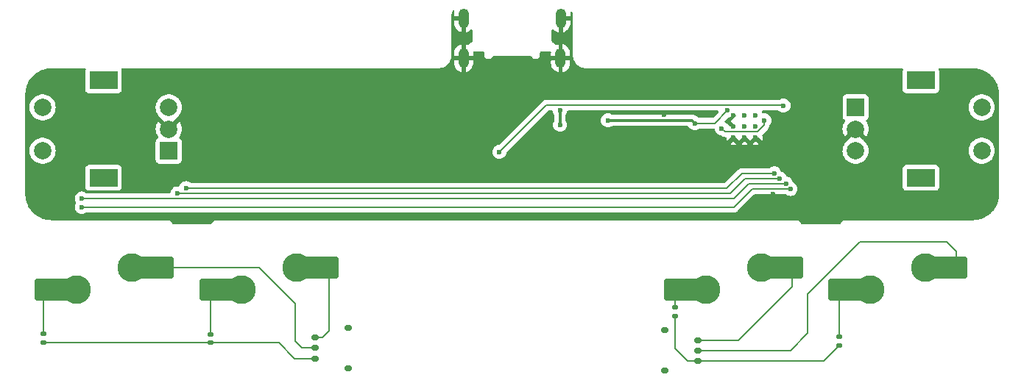
<source format=gbr>
%TF.GenerationSoftware,KiCad,Pcbnew,(7.0.0)*%
%TF.CreationDate,2023-02-23T19:51:54-08:00*%
%TF.ProjectId,4k-mania-keypad,346b2d6d-616e-4696-912d-6b6579706164,rev?*%
%TF.SameCoordinates,PX5ac6868PY7028288*%
%TF.FileFunction,Copper,L2,Bot*%
%TF.FilePolarity,Positive*%
%FSLAX46Y46*%
G04 Gerber Fmt 4.6, Leading zero omitted, Abs format (unit mm)*
G04 Created by KiCad (PCBNEW (7.0.0)) date 2023-02-23 19:51:54*
%MOMM*%
%LPD*%
G01*
G04 APERTURE LIST*
G04 Aperture macros list*
%AMRoundRect*
0 Rectangle with rounded corners*
0 $1 Rounding radius*
0 $2 $3 $4 $5 $6 $7 $8 $9 X,Y pos of 4 corners*
0 Add a 4 corners polygon primitive as box body*
4,1,4,$2,$3,$4,$5,$6,$7,$8,$9,$2,$3,0*
0 Add four circle primitives for the rounded corners*
1,1,$1+$1,$2,$3*
1,1,$1+$1,$4,$5*
1,1,$1+$1,$6,$7*
1,1,$1+$1,$8,$9*
0 Add four rect primitives between the rounded corners*
20,1,$1+$1,$2,$3,$4,$5,0*
20,1,$1+$1,$4,$5,$6,$7,0*
20,1,$1+$1,$6,$7,$8,$9,0*
20,1,$1+$1,$8,$9,$2,$3,0*%
G04 Aperture macros list end*
%TA.AperFunction,ComponentPad*%
%ADD10R,2.000000X2.000000*%
%TD*%
%TA.AperFunction,ComponentPad*%
%ADD11C,2.000000*%
%TD*%
%TA.AperFunction,ComponentPad*%
%ADD12R,3.200000X2.000000*%
%TD*%
%TA.AperFunction,ComponentPad*%
%ADD13C,0.600000*%
%TD*%
%TA.AperFunction,ComponentPad*%
%ADD14O,1.200000X2.250000*%
%TD*%
%TA.AperFunction,SMDPad,CuDef*%
%ADD15RoundRect,0.147500X0.172500X-0.147500X0.172500X0.147500X-0.172500X0.147500X-0.172500X-0.147500X0*%
%TD*%
%TA.AperFunction,ComponentPad*%
%ADD16C,3.300000*%
%TD*%
%TA.AperFunction,SMDPad,CuDef*%
%ADD17R,1.650000X2.500000*%
%TD*%
%TA.AperFunction,SMDPad,CuDef*%
%ADD18RoundRect,0.250000X1.025000X1.000000X-1.025000X1.000000X-1.025000X-1.000000X1.025000X-1.000000X0*%
%TD*%
%TA.AperFunction,SMDPad,CuDef*%
%ADD19RoundRect,0.150000X-0.275000X0.150000X-0.275000X-0.150000X0.275000X-0.150000X0.275000X0.150000X0*%
%TD*%
%TA.AperFunction,SMDPad,CuDef*%
%ADD20RoundRect,0.175000X-0.225000X0.175000X-0.225000X-0.175000X0.225000X-0.175000X0.225000X0.175000X0*%
%TD*%
%TA.AperFunction,SMDPad,CuDef*%
%ADD21RoundRect,0.150000X0.275000X-0.150000X0.275000X0.150000X-0.275000X0.150000X-0.275000X-0.150000X0*%
%TD*%
%TA.AperFunction,SMDPad,CuDef*%
%ADD22RoundRect,0.175000X0.225000X-0.175000X0.225000X0.175000X-0.225000X0.175000X-0.225000X-0.175000X0*%
%TD*%
%TA.AperFunction,ViaPad*%
%ADD23C,0.600000*%
%TD*%
%TA.AperFunction,ViaPad*%
%ADD24C,0.800000*%
%TD*%
%TA.AperFunction,Conductor*%
%ADD25C,0.300000*%
%TD*%
%TA.AperFunction,Conductor*%
%ADD26C,0.200000*%
%TD*%
G04 APERTURE END LIST*
D10*
%TO.P,SW1,A,A*%
%TO.N,/rotA(0)*%
X16314999Y28104999D03*
D11*
%TO.P,SW1,B,B*%
%TO.N,/rotB(0)*%
X16315000Y33105000D03*
%TO.P,SW1,C,C*%
%TO.N,GND*%
X16315000Y30605000D03*
D12*
%TO.P,SW1,MP*%
%TO.N,N/C*%
X8814999Y25004999D03*
X8814999Y36204999D03*
D11*
%TO.P,SW1,S1,S1*%
%TO.N,Net-(D1-A)*%
X1815000Y33105000D03*
%TO.P,SW1,S2,S2*%
%TO.N,/rsw0(0)*%
X1815000Y28105000D03*
%TD*%
D10*
%TO.P,SW2,A,A*%
%TO.N,/rotA(1)*%
X95314999Y33104999D03*
D11*
%TO.P,SW2,B,B*%
%TO.N,/rotB(1)*%
X95315000Y28105000D03*
%TO.P,SW2,C,C*%
%TO.N,GND*%
X95315000Y30605000D03*
D12*
%TO.P,SW2,MP*%
%TO.N,N/C*%
X102814999Y36204999D03*
X102814999Y25004999D03*
D11*
%TO.P,SW2,S1,S1*%
%TO.N,Net-(D2-A)*%
X109815000Y28105000D03*
%TO.P,SW2,S2,S2*%
%TO.N,/rsw0(1)*%
X109815000Y33105000D03*
%TD*%
D13*
%TO.P,U1,57,GND*%
%TO.N,GND*%
X81265000Y29605000D03*
X82540000Y29605000D03*
X83815000Y29605000D03*
X81265000Y30880000D03*
X82540000Y30880000D03*
X83815000Y30880000D03*
X81265000Y32155000D03*
X82540000Y32155000D03*
X83815000Y32155000D03*
%TD*%
D14*
%TO.P,J1,S1,SHIELD*%
%TO.N,GND*%
X61399999Y43344999D03*
X61379999Y38744999D03*
X50249999Y43344999D03*
X50229999Y38744999D03*
%TD*%
D15*
%TO.P,D3,1,K*%
%TO.N,Net-(D3-K)*%
X1945000Y6040000D03*
%TO.P,D3,2,A*%
%TO.N,Net-(D3-A)*%
X1945000Y7010000D03*
%TD*%
D16*
%TO.P,SW5,1,1*%
%TO.N,Net-(D5-A)*%
X78085000Y12145000D03*
D17*
X76259999Y12144999D03*
D18*
X74535000Y12145000D03*
%TO.P,SW5,2,2*%
%TO.N,Net-(J5-Pin_3)*%
X87985000Y14685000D03*
D17*
X86234999Y14684999D03*
D16*
X84435000Y14685000D03*
%TD*%
D19*
%TO.P,J4,1,Pin_1*%
%TO.N,Net-(J4-Pin_1)*%
X33170000Y6575000D03*
%TO.P,J4,2,Pin_2*%
%TO.N,Net-(J4-Pin_2)*%
X33170000Y5375000D03*
%TO.P,J4,3,Pin_3*%
%TO.N,Net-(D3-K)*%
X33170000Y4175000D03*
D20*
%TO.P,J4,MP*%
%TO.N,N/C*%
X36945000Y7725000D03*
X36945000Y3025000D03*
%TD*%
D15*
%TO.P,D6,1,K*%
%TO.N,Net-(D5-K)*%
X93452740Y5682338D03*
%TO.P,D6,2,A*%
%TO.N,Net-(D6-A)*%
X93452740Y6652338D03*
%TD*%
D16*
%TO.P,SW6,1,1*%
%TO.N,Net-(D6-A)*%
X97005000Y12145000D03*
D17*
X95179999Y12144999D03*
D18*
X93455000Y12145000D03*
%TO.P,SW6,2,2*%
%TO.N,Net-(J5-Pin_2)*%
X106905000Y14685000D03*
D17*
X105154999Y14684999D03*
D16*
X103355000Y14685000D03*
%TD*%
%TO.P,SW4,1,1*%
%TO.N,Net-(D4-A)*%
X24715000Y12065000D03*
D17*
X22889999Y12064999D03*
D18*
X21165000Y12065000D03*
%TO.P,SW4,2,2*%
%TO.N,Net-(J4-Pin_1)*%
X34615000Y14605000D03*
D17*
X32864999Y14604999D03*
D16*
X31065000Y14605000D03*
%TD*%
D21*
%TO.P,J5,1,Pin_1*%
%TO.N,Net-(D5-K)*%
X77180000Y3905000D03*
%TO.P,J5,2,Pin_2*%
%TO.N,Net-(J5-Pin_2)*%
X77180000Y5105000D03*
%TO.P,J5,3,Pin_3*%
%TO.N,Net-(J5-Pin_3)*%
X77180000Y6305000D03*
D22*
%TO.P,J5,MP*%
%TO.N,N/C*%
X73405000Y2755000D03*
X73405000Y7455000D03*
%TD*%
D15*
%TO.P,D5,1,K*%
%TO.N,Net-(D5-K)*%
X74550091Y9092676D03*
%TO.P,D5,2,A*%
%TO.N,Net-(D5-A)*%
X74550091Y10062676D03*
%TD*%
%TO.P,D4,1,K*%
%TO.N,Net-(D3-K)*%
X21161938Y5985352D03*
%TO.P,D4,2,A*%
%TO.N,Net-(D4-A)*%
X21161938Y6955352D03*
%TD*%
D16*
%TO.P,SW3,1,1*%
%TO.N,Net-(D3-A)*%
X5715000Y12065000D03*
D17*
X3889999Y12064999D03*
D18*
X2165000Y12065000D03*
%TO.P,SW3,2,2*%
%TO.N,Net-(J4-Pin_2)*%
X15615000Y14605000D03*
D17*
X13864999Y14604999D03*
D16*
X12065000Y14605000D03*
%TD*%
D23*
%TO.N,+5V*%
X61315000Y31081683D03*
X61315000Y32730664D03*
%TO.N,GND*%
X73315000Y32254500D03*
X62629798Y31081683D03*
X87751064Y28816758D03*
X85815000Y23105000D03*
D24*
X53715000Y34405664D03*
D23*
X77815000Y26605000D03*
X91515498Y30605000D03*
X70815000Y26605000D03*
%TO.N,+3.3V*%
X76815000Y31280500D03*
X66815000Y31605000D03*
X80576124Y32731164D03*
%TO.N,+1V1*%
X84815000Y31605000D03*
X79921307Y30670478D03*
%TO.N,/rsw1(0)*%
X6315000Y22605000D03*
X87302919Y24318485D03*
%TO.N,/rsw0(0)*%
X6315000Y21605000D03*
X87815000Y23704500D03*
%TO.N,/reset*%
X54345053Y27975500D03*
X87015000Y33305000D03*
%TO.N,/rotA(0)*%
X17315000Y23204500D03*
X86613495Y24903500D03*
%TO.N,/rotB(0)*%
X18315000Y23804000D03*
X85950844Y25503000D03*
%TD*%
D25*
%TO.N,+5V*%
X61315000Y32730664D02*
X61315000Y31081683D01*
%TO.N,+3.3V*%
X76490500Y31605000D02*
X76815000Y31280500D01*
D26*
X79125460Y31280500D02*
X80576124Y32731164D01*
X76815000Y31280500D02*
X79125460Y31280500D01*
D25*
X66815000Y31605000D02*
X76490500Y31605000D01*
D26*
%TO.N,+1V1*%
X84815000Y31031471D02*
X84063529Y30280000D01*
X80311785Y30280000D02*
X79921307Y30670478D01*
X84815000Y31605000D02*
X84815000Y31031471D01*
X84063529Y30280000D02*
X80311785Y30280000D01*
%TO.N,/rsw1(0)*%
X87288434Y24304000D02*
X83014000Y24304000D01*
X87302919Y24318485D02*
X87288434Y24304000D01*
X83014000Y24304000D02*
X81315000Y22605000D01*
X81315000Y22605000D02*
X6315000Y22605000D01*
%TO.N,/rsw0(0)*%
X87815000Y23704500D02*
X83414500Y23704500D01*
X83315000Y23605000D02*
X81315000Y21605000D01*
X83414500Y23704500D02*
X83315000Y23605000D01*
X81315000Y21605000D02*
X6315000Y21605000D01*
X83391089Y23681089D02*
X83315000Y23605000D01*
%TO.N,Net-(D3-K)*%
X1945000Y6040000D02*
X20945000Y6040000D01*
X21161938Y5985352D02*
X28984648Y5985352D01*
X30795000Y4175000D02*
X33170000Y4175000D01*
X28984648Y5985352D02*
X30795000Y4175000D01*
%TO.N,Net-(D3-A)*%
X1945000Y7010000D02*
X1945000Y11845000D01*
X1945000Y11845000D02*
X2165000Y12065000D01*
%TO.N,Net-(D4-A)*%
X21161938Y6955352D02*
X21161938Y12061938D01*
X21161938Y12061938D02*
X21165000Y12065000D01*
%TO.N,Net-(D5-K)*%
X74550091Y5359909D02*
X74550091Y9092676D01*
X76005000Y3905000D02*
X74550091Y5359909D01*
X93452740Y5682338D02*
X91675402Y3905000D01*
X76005000Y3905000D02*
X77180000Y3905000D01*
X91675402Y3905000D02*
X77180000Y3905000D01*
%TO.N,Net-(D5-A)*%
X74550091Y10062676D02*
X74550091Y12129909D01*
%TO.N,Net-(D6-A)*%
X93452740Y6652338D02*
X93452740Y12142740D01*
%TO.N,Net-(J4-Pin_1)*%
X34780000Y7360000D02*
X34780000Y14440000D01*
X33995000Y6575000D02*
X34780000Y7360000D01*
X34780000Y14440000D02*
X34615000Y14605000D01*
X33170000Y6575000D02*
X33995000Y6575000D01*
%TO.N,Net-(J4-Pin_2)*%
X26689064Y14605000D02*
X30818900Y10475164D01*
X30818900Y6151100D02*
X31595000Y5375000D01*
X30818900Y10475164D02*
X30818900Y6151100D01*
X15615000Y14605000D02*
X26689064Y14605000D01*
X31595000Y5375000D02*
X33170000Y5375000D01*
%TO.N,Net-(J5-Pin_2)*%
X106905000Y14685000D02*
X106905000Y16505000D01*
X89805000Y11605000D02*
X89805000Y7105000D01*
X106905000Y16505000D02*
X105805000Y17605000D01*
X105805000Y17605000D02*
X95805000Y17605000D01*
X89805000Y7105000D02*
X87805000Y5105000D01*
X87805000Y5105000D02*
X77180000Y5105000D01*
X95805000Y17605000D02*
X89805000Y11605000D01*
%TO.N,/reset*%
X86989336Y33330664D02*
X59700217Y33330664D01*
X59700217Y33330664D02*
X54345053Y27975500D01*
X87015000Y33305000D02*
X86989336Y33330664D01*
%TO.N,/rotA(0)*%
X82602200Y24903500D02*
X80903200Y23204500D01*
X86613495Y24903500D02*
X82602200Y24903500D01*
X80903200Y23204500D02*
X17315000Y23204500D01*
%TO.N,/rotB(0)*%
X82213000Y25503000D02*
X85950844Y25503000D01*
X18315000Y23804000D02*
X80514000Y23804000D01*
X80514000Y23804000D02*
X82213000Y25503000D01*
%TO.N,Net-(J5-Pin_3)*%
X87985000Y12450936D02*
X81839064Y6305000D01*
X87985000Y14685000D02*
X87985000Y12450936D01*
X81839064Y6305000D02*
X77180000Y6305000D01*
%TD*%
%TA.AperFunction,Conductor*%
%TO.N,GND*%
G36*
X81399864Y32356324D02*
G01*
X81446590Y32326963D01*
X81530872Y32242681D01*
X81562966Y32187094D01*
X81562966Y32122906D01*
X81530872Y32067319D01*
X80992595Y31529043D01*
X80985931Y31517500D01*
X80992595Y31505958D01*
X81406372Y31092181D01*
X81436622Y31042818D01*
X81441164Y30985102D01*
X81419009Y30931615D01*
X81374986Y30894015D01*
X81318691Y30880500D01*
X80962309Y30880500D01*
X80914856Y30889939D01*
X80874628Y30916819D01*
X80558219Y31233228D01*
X80547284Y31240099D01*
X80520570Y31243108D01*
X80520883Y31245890D01*
X80505685Y31245040D01*
X80445618Y31278245D01*
X80428497Y31295366D01*
X80423569Y31300294D01*
X80383196Y31325662D01*
X80291718Y31383142D01*
X80252696Y31422164D01*
X80234470Y31474253D01*
X80240648Y31529091D01*
X80270005Y31575812D01*
X80451031Y31756838D01*
X80484906Y31780873D01*
X80524826Y31792373D01*
X80547286Y31794903D01*
X80558214Y31801770D01*
X80664812Y31908368D01*
X80698696Y31932409D01*
X80738615Y31943908D01*
X80755379Y31945796D01*
X80925646Y32005375D01*
X81078386Y32101348D01*
X81205940Y32228902D01*
X81253915Y32305255D01*
X81292937Y32344276D01*
X81345025Y32362502D01*
X81399864Y32356324D01*
G37*
%TD.AperFunction*%
%TA.AperFunction,Conductor*%
G36*
X49094003Y44273554D02*
G01*
X49145694Y44242815D01*
X49176842Y44191371D01*
X49180120Y44131321D01*
X49151117Y43980837D01*
X49150000Y43969134D01*
X49150000Y43611326D01*
X49153450Y43598451D01*
X49166326Y43595000D01*
X50376000Y43595000D01*
X50438000Y43578387D01*
X50483387Y43533000D01*
X50500000Y43471000D01*
X50500000Y41762819D01*
X50502505Y41751928D01*
X50513679Y41752061D01*
X50605670Y41774378D01*
X50616788Y41778226D01*
X50797121Y41860581D01*
X50807319Y41866469D01*
X50968806Y41981464D01*
X50977703Y41989173D01*
X51045756Y42060544D01*
X51094942Y42092154D01*
X51153146Y42097712D01*
X51207426Y42075981D01*
X51245715Y42031794D01*
X51259499Y41974974D01*
X51259499Y40751811D01*
X51256681Y40725527D01*
X51247774Y40684461D01*
X51236595Y40653515D01*
X51236351Y40653046D01*
X51225771Y40636174D01*
X51207630Y40611834D01*
X51194439Y40596829D01*
X51194098Y40596499D01*
X51167677Y40576984D01*
X51130912Y40556740D01*
X51106377Y40546486D01*
X51062200Y40533377D01*
X51062193Y40533374D01*
X51054439Y40531073D01*
X51047541Y40526854D01*
X51047536Y40526851D01*
X50949975Y40467168D01*
X50949974Y40467167D01*
X50943107Y40462966D01*
X50937549Y40457149D01*
X50937543Y40457143D01*
X50858515Y40374414D01*
X50858512Y40374412D01*
X50852955Y40368593D01*
X50849076Y40361549D01*
X50849074Y40361545D01*
X50839019Y40343280D01*
X50833988Y40334141D01*
X50833916Y40334011D01*
X50795370Y40291517D01*
X50741821Y40270923D01*
X50684734Y40276636D01*
X50496095Y40341925D01*
X50490511Y40343280D01*
X50482318Y40342694D01*
X50480000Y40332036D01*
X50480000Y39011326D01*
X50483450Y38998451D01*
X50496326Y38995000D01*
X51313674Y38995000D01*
X51326549Y38998451D01*
X51330000Y39011326D01*
X51330000Y39319450D01*
X51329718Y39325360D01*
X51319372Y39433713D01*
X51331707Y39500564D01*
X51377434Y39550866D01*
X51442810Y39569500D01*
X52400237Y39569500D01*
X52419476Y39567998D01*
X52419616Y39567976D01*
X52419799Y39567947D01*
X52424715Y39567073D01*
X52461266Y39559802D01*
X52493359Y39548674D01*
X52496580Y39547032D01*
X52509162Y39539657D01*
X52528665Y39526626D01*
X52547457Y39511204D01*
X52551202Y39507459D01*
X52566624Y39488667D01*
X52579655Y39469164D01*
X52587030Y39456583D01*
X52588663Y39453379D01*
X52599802Y39421263D01*
X52607068Y39384735D01*
X52607924Y39379945D01*
X52607972Y39379642D01*
X52609499Y39360240D01*
X52609499Y39169901D01*
X52609501Y39169896D01*
X52609501Y39104108D01*
X52611602Y39096265D01*
X52611603Y39096262D01*
X52641506Y38984661D01*
X52641507Y38984657D01*
X52643609Y38976815D01*
X52647668Y38969784D01*
X52647670Y38969780D01*
X52705437Y38869724D01*
X52705438Y38869723D01*
X52709501Y38862686D01*
X52802686Y38769501D01*
X52916814Y38703609D01*
X53044108Y38669501D01*
X53167768Y38669501D01*
X53175892Y38669501D01*
X53303185Y38703609D01*
X53417313Y38769501D01*
X53510499Y38862686D01*
X53536216Y38907230D01*
X53555919Y38932906D01*
X53592730Y38969714D01*
X53648304Y39001799D01*
X53683853Y39011326D01*
X53698581Y39015273D01*
X53730680Y39019500D01*
X55809900Y39019500D01*
X55810098Y39019500D01*
X57889323Y39019500D01*
X57921413Y39015276D01*
X57971688Y39001805D01*
X58027275Y38969711D01*
X58064080Y38932906D01*
X58083786Y38907226D01*
X58105436Y38869726D01*
X58105439Y38869721D01*
X58109501Y38862687D01*
X58202686Y38769501D01*
X58316814Y38703609D01*
X58444108Y38669501D01*
X58567768Y38669501D01*
X58575892Y38669501D01*
X58703185Y38703609D01*
X58817314Y38769501D01*
X58910499Y38862686D01*
X58976391Y38976814D01*
X59010499Y39104108D01*
X59010499Y39170000D01*
X59010499Y39170500D01*
X59010499Y39360250D01*
X59012015Y39379580D01*
X59012065Y39379900D01*
X59012917Y39384676D01*
X59020196Y39421271D01*
X59031315Y39453343D01*
X59032971Y39456593D01*
X59040325Y39469142D01*
X59053386Y39488688D01*
X59068786Y39507452D01*
X59072545Y39511211D01*
X59091312Y39526613D01*
X59110853Y39539670D01*
X59123401Y39547026D01*
X59126625Y39548669D01*
X59158727Y39559802D01*
X59195365Y39567090D01*
X59200297Y39567966D01*
X59200567Y39568009D01*
X59219739Y39569500D01*
X60167299Y39569500D01*
X60220149Y39557673D01*
X60262918Y39524449D01*
X60287447Y39476166D01*
X60289058Y39422032D01*
X60281117Y39380832D01*
X60280000Y39369134D01*
X60280000Y39011326D01*
X60283450Y38998451D01*
X60296326Y38995000D01*
X61113674Y38995000D01*
X61126549Y38998451D01*
X61130000Y39011326D01*
X61630000Y39011326D01*
X61633450Y38998451D01*
X61646326Y38995000D01*
X62463674Y38995000D01*
X62476549Y38998451D01*
X62480000Y39011326D01*
X62480000Y39319450D01*
X62479719Y39325340D01*
X62465596Y39473243D01*
X62463369Y39484794D01*
X62407512Y39675027D01*
X62403146Y39685933D01*
X62312295Y39862160D01*
X62305935Y39872056D01*
X62183382Y40027895D01*
X62175264Y40036409D01*
X62025427Y40166244D01*
X62015850Y40173063D01*
X61844153Y40272192D01*
X61833450Y40277080D01*
X61646095Y40341925D01*
X61640511Y40343280D01*
X61632318Y40342694D01*
X61630000Y40332036D01*
X61630000Y39011326D01*
X61130000Y39011326D01*
X61130000Y40327181D01*
X61127494Y40338073D01*
X61116320Y40337940D01*
X61024327Y40315623D01*
X61013211Y40311775D01*
X60946145Y40281148D01*
X60885931Y40270249D01*
X60827836Y40289474D01*
X60786011Y40334140D01*
X60767043Y40368593D01*
X60676891Y40462965D01*
X60665782Y40469761D01*
X60572460Y40526850D01*
X60572456Y40526852D01*
X60565559Y40531071D01*
X60528280Y40542134D01*
X60513615Y40546486D01*
X60489090Y40556736D01*
X60452403Y40576934D01*
X60425818Y40596605D01*
X60425298Y40597110D01*
X60412266Y40611960D01*
X60394310Y40636050D01*
X60383778Y40652833D01*
X60383423Y40653515D01*
X60383420Y40653520D01*
X60372200Y40684545D01*
X60363312Y40725537D01*
X60360499Y40751799D01*
X60360499Y42004081D01*
X60375385Y42062989D01*
X60416470Y42107754D01*
X60473888Y42127626D01*
X60533854Y42117836D01*
X60581970Y42080732D01*
X60596618Y42062105D01*
X60604735Y42053592D01*
X60754572Y41923757D01*
X60764149Y41916938D01*
X60935846Y41817809D01*
X60946549Y41812921D01*
X61133904Y41748076D01*
X61139488Y41746721D01*
X61147681Y41747307D01*
X61150000Y41757964D01*
X61150000Y41762819D01*
X61650000Y41762819D01*
X61652505Y41751928D01*
X61663679Y41752061D01*
X61755670Y41774378D01*
X61766788Y41778226D01*
X61947121Y41860581D01*
X61957319Y41866469D01*
X62118806Y41981464D01*
X62127703Y41989173D01*
X62264517Y42132659D01*
X62271784Y42141900D01*
X62378971Y42308686D01*
X62384363Y42319144D01*
X62458049Y42503202D01*
X62461362Y42514485D01*
X62498882Y42709166D01*
X62500000Y42720866D01*
X62500000Y43078674D01*
X62496549Y43091550D01*
X62483674Y43095000D01*
X61666326Y43095000D01*
X61653450Y43091550D01*
X61650000Y43078674D01*
X61650000Y41762819D01*
X61150000Y41762819D01*
X61150000Y43471000D01*
X61166613Y43533000D01*
X61212000Y43578387D01*
X61274000Y43595000D01*
X62483674Y43595000D01*
X62496549Y43598451D01*
X62500000Y43611326D01*
X62500000Y43919450D01*
X62499718Y43925358D01*
X62488726Y44040473D01*
X62497230Y44098803D01*
X62531707Y44146615D01*
X62584365Y44173105D01*
X62643305Y44172287D01*
X62695209Y44144346D01*
X62728345Y44095595D01*
X62744626Y44051945D01*
X62749019Y44037558D01*
X62775793Y43926036D01*
X62776385Y43923447D01*
X62795828Y43834067D01*
X62798280Y43817438D01*
X62809485Y43675066D01*
X62809551Y43674185D01*
X62814184Y43609420D01*
X62814500Y43600574D01*
X62814500Y39105500D01*
X62814500Y39105000D01*
X62814500Y38997682D01*
X62815128Y38993313D01*
X62815129Y38993302D01*
X62844415Y38789617D01*
X62845046Y38785231D01*
X62846292Y38780986D01*
X62846294Y38780979D01*
X62895288Y38614121D01*
X62905516Y38579290D01*
X62907354Y38575264D01*
X62907358Y38575255D01*
X62992836Y38388085D01*
X62994679Y38384050D01*
X62997069Y38380330D01*
X62997073Y38380324D01*
X63108328Y38207207D01*
X63110719Y38203487D01*
X63251276Y38041276D01*
X63413487Y37900719D01*
X63594050Y37784679D01*
X63710072Y37731694D01*
X63781461Y37699091D01*
X63789290Y37695516D01*
X63995231Y37635046D01*
X64207682Y37604500D01*
X64314901Y37604500D01*
X64315000Y37604500D01*
X64315500Y37604500D01*
X100651231Y37604500D01*
X100708706Y37590376D01*
X100753087Y37551220D01*
X100774264Y37495954D01*
X100767413Y37437167D01*
X100723620Y37319753D01*
X100723619Y37319750D01*
X100720909Y37312483D01*
X100720079Y37304773D01*
X100720079Y37304768D01*
X100714855Y37256181D01*
X100714854Y37256169D01*
X100714500Y37252873D01*
X100714500Y37249552D01*
X100714500Y37249551D01*
X100714500Y35160440D01*
X100714500Y35160422D01*
X100714501Y35157128D01*
X100714853Y35153850D01*
X100714854Y35153839D01*
X100720079Y35105232D01*
X100720080Y35105227D01*
X100720909Y35097517D01*
X100723619Y35090251D01*
X100723620Y35090247D01*
X100757217Y35000169D01*
X100771204Y34962669D01*
X100857454Y34847454D01*
X100972669Y34761204D01*
X101107517Y34710909D01*
X101167127Y34704500D01*
X104462872Y34704501D01*
X104522483Y34710909D01*
X104657331Y34761204D01*
X104772546Y34847454D01*
X104858796Y34962669D01*
X104909091Y35097517D01*
X104915500Y35157127D01*
X104915499Y37252872D01*
X104909091Y37312483D01*
X104862587Y37437167D01*
X104855736Y37495954D01*
X104876913Y37551220D01*
X104921294Y37590376D01*
X104978769Y37604500D01*
X108811755Y37604500D01*
X108818243Y37604331D01*
X108948379Y37597510D01*
X109128908Y37587372D01*
X109141309Y37586045D01*
X109289990Y37562496D01*
X109291245Y37562291D01*
X109450324Y37535262D01*
X109461606Y37532798D01*
X109610635Y37492866D01*
X109612761Y37492275D01*
X109764174Y37448653D01*
X109774260Y37445271D01*
X109919710Y37389438D01*
X109922599Y37388286D01*
X110066768Y37328570D01*
X110075594Y37324500D01*
X110215064Y37253435D01*
X110218748Y37251479D01*
X110288515Y37212921D01*
X110354548Y37176426D01*
X110362061Y37171919D01*
X110493754Y37086396D01*
X110497947Y37083548D01*
X110624147Y36994004D01*
X110630428Y36989241D01*
X110752567Y36890335D01*
X110757158Y36886429D01*
X110872424Y36783421D01*
X110877478Y36778642D01*
X110988640Y36667480D01*
X110993419Y36662426D01*
X111096427Y36547160D01*
X111100333Y36542569D01*
X111199239Y36420430D01*
X111204002Y36414149D01*
X111293546Y36287949D01*
X111296409Y36283734D01*
X111381907Y36152079D01*
X111386430Y36144540D01*
X111461477Y36008750D01*
X111463433Y36005066D01*
X111534498Y35865596D01*
X111538575Y35856753D01*
X111598259Y35712663D01*
X111599462Y35709647D01*
X111655265Y35564273D01*
X111658655Y35554164D01*
X111702258Y35402815D01*
X111702879Y35400581D01*
X111742791Y35251630D01*
X111745264Y35240306D01*
X111772282Y35081285D01*
X111772507Y35079913D01*
X111796040Y34931334D01*
X111797372Y34918889D01*
X111807498Y34738579D01*
X111807523Y34738116D01*
X111814330Y34608243D01*
X111814500Y34601753D01*
X111814500Y23108247D01*
X111814330Y23101757D01*
X111807523Y22971886D01*
X111807498Y22971423D01*
X111797372Y22791113D01*
X111796040Y22778668D01*
X111772507Y22630089D01*
X111772282Y22628717D01*
X111745264Y22469696D01*
X111742791Y22458372D01*
X111702879Y22309421D01*
X111702258Y22307187D01*
X111658655Y22155838D01*
X111655265Y22145729D01*
X111599462Y22000355D01*
X111598259Y21997339D01*
X111538575Y21853249D01*
X111534498Y21844406D01*
X111463433Y21704936D01*
X111461477Y21701252D01*
X111386430Y21565462D01*
X111381897Y21557906D01*
X111296412Y21426272D01*
X111293546Y21422053D01*
X111204002Y21295853D01*
X111199239Y21289572D01*
X111100333Y21167433D01*
X111096427Y21162842D01*
X110993419Y21047576D01*
X110988640Y21042522D01*
X110877478Y20931360D01*
X110872424Y20926581D01*
X110757158Y20823573D01*
X110752567Y20819667D01*
X110630428Y20720761D01*
X110624147Y20715998D01*
X110497947Y20626454D01*
X110493728Y20623588D01*
X110362094Y20538103D01*
X110354538Y20533570D01*
X110218748Y20458523D01*
X110215064Y20456567D01*
X110075594Y20385502D01*
X110066751Y20381425D01*
X109922661Y20321741D01*
X109919645Y20320538D01*
X109774271Y20264735D01*
X109764162Y20261345D01*
X109612813Y20217742D01*
X109610579Y20217121D01*
X109461628Y20177209D01*
X109450304Y20174736D01*
X109291283Y20147718D01*
X109289911Y20147493D01*
X109141332Y20123960D01*
X109128887Y20122628D01*
X108948577Y20112502D01*
X108948114Y20112477D01*
X108818243Y20105670D01*
X108811753Y20105500D01*
X94065500Y20105500D01*
X94065000Y20105500D01*
X93999108Y20105500D01*
X93991267Y20103400D01*
X93991259Y20103398D01*
X93879665Y20073496D01*
X93879662Y20073496D01*
X93871814Y20071392D01*
X93864777Y20067330D01*
X93864774Y20067328D01*
X93764723Y20009564D01*
X93764716Y20009560D01*
X93757686Y20005500D01*
X93751943Y19999758D01*
X93751939Y19999754D01*
X93670246Y19918061D01*
X93670242Y19918057D01*
X93664500Y19912314D01*
X93660440Y19905284D01*
X93660436Y19905277D01*
X93602672Y19805226D01*
X93602670Y19805223D01*
X93598608Y19798186D01*
X93596505Y19790341D01*
X93596504Y19790336D01*
X93571471Y19696907D01*
X93546686Y19649295D01*
X93504101Y19616618D01*
X93451696Y19605000D01*
X89178304Y19605000D01*
X89125899Y19616618D01*
X89083314Y19649295D01*
X89058529Y19696907D01*
X89033495Y19790336D01*
X89031392Y19798186D01*
X88965500Y19912314D01*
X88872314Y20005500D01*
X88865279Y20009562D01*
X88865276Y20009564D01*
X88765225Y20067328D01*
X88758186Y20071392D01*
X88750334Y20073496D01*
X88638740Y20103398D01*
X88638733Y20103399D01*
X88630892Y20105500D01*
X88565099Y20105500D01*
X21745500Y20105500D01*
X21745000Y20105500D01*
X21679108Y20105500D01*
X21671267Y20103400D01*
X21671259Y20103398D01*
X21559665Y20073496D01*
X21559662Y20073496D01*
X21551814Y20071392D01*
X21544777Y20067330D01*
X21544774Y20067328D01*
X21444723Y20009564D01*
X21444716Y20009560D01*
X21437686Y20005500D01*
X21431943Y19999758D01*
X21431939Y19999754D01*
X21350246Y19918061D01*
X21350242Y19918057D01*
X21344500Y19912314D01*
X21340440Y19905284D01*
X21340436Y19905277D01*
X21282672Y19805226D01*
X21282670Y19805223D01*
X21278608Y19798186D01*
X21276505Y19790341D01*
X21276504Y19790336D01*
X21251471Y19696907D01*
X21226686Y19649295D01*
X21184101Y19616618D01*
X21131696Y19605000D01*
X16858304Y19605000D01*
X16805899Y19616618D01*
X16763314Y19649295D01*
X16738529Y19696907D01*
X16713495Y19790336D01*
X16711392Y19798186D01*
X16645500Y19912314D01*
X16552314Y20005500D01*
X16545279Y20009562D01*
X16545276Y20009564D01*
X16445225Y20067328D01*
X16438186Y20071392D01*
X16430334Y20073496D01*
X16318740Y20103398D01*
X16318733Y20103399D01*
X16310892Y20105500D01*
X16302766Y20105500D01*
X2818247Y20105500D01*
X2811757Y20105670D01*
X2681884Y20112477D01*
X2681421Y20112502D01*
X2501111Y20122628D01*
X2488666Y20123960D01*
X2340087Y20147493D01*
X2338715Y20147718D01*
X2179694Y20174736D01*
X2168370Y20177209D01*
X2019419Y20217121D01*
X2017185Y20217742D01*
X1865836Y20261345D01*
X1855727Y20264735D01*
X1710353Y20320538D01*
X1707337Y20321741D01*
X1563247Y20381425D01*
X1554404Y20385502D01*
X1414934Y20456567D01*
X1411250Y20458523D01*
X1275460Y20533570D01*
X1267921Y20538093D01*
X1136266Y20623591D01*
X1132051Y20626454D01*
X1005851Y20715998D01*
X999570Y20720761D01*
X877431Y20819667D01*
X872840Y20823573D01*
X757574Y20926581D01*
X752520Y20931360D01*
X641358Y21042522D01*
X636579Y21047576D01*
X533571Y21162842D01*
X529665Y21167433D01*
X430759Y21289572D01*
X425996Y21295853D01*
X336452Y21422053D01*
X333604Y21426246D01*
X248081Y21557939D01*
X243568Y21565462D01*
X221717Y21605000D01*
X5509435Y21605000D01*
X5529632Y21425745D01*
X5531928Y21419181D01*
X5531930Y21419176D01*
X5558957Y21341938D01*
X5589211Y21255478D01*
X5685184Y21102738D01*
X5812738Y20975184D01*
X5965478Y20879211D01*
X6135745Y20819632D01*
X6315000Y20799435D01*
X6494255Y20819632D01*
X6664522Y20879211D01*
X6817262Y20975184D01*
X6820359Y20978282D01*
X6855207Y20997541D01*
X6896162Y21004500D01*
X81267513Y21004500D01*
X81283698Y21003439D01*
X81315000Y20999318D01*
X81471762Y21019956D01*
X81617841Y21080464D01*
X81646869Y21102738D01*
X81743282Y21176718D01*
X81762510Y21201778D01*
X81773189Y21213956D01*
X83626915Y23067681D01*
X83667144Y23094561D01*
X83714597Y23104000D01*
X87233838Y23104000D01*
X87274793Y23097041D01*
X87309640Y23077782D01*
X87312738Y23074684D01*
X87465478Y22978711D01*
X87635745Y22919132D01*
X87815000Y22898935D01*
X87994255Y22919132D01*
X88164522Y22978711D01*
X88317262Y23074684D01*
X88444816Y23202238D01*
X88540789Y23354978D01*
X88600368Y23525245D01*
X88620565Y23704500D01*
X88600368Y23883755D01*
X88573541Y23960422D01*
X100714500Y23960422D01*
X100714501Y23957128D01*
X100714853Y23953850D01*
X100714854Y23953839D01*
X100720079Y23905232D01*
X100720080Y23905227D01*
X100720909Y23897517D01*
X100723619Y23890251D01*
X100723620Y23890247D01*
X100743098Y23838024D01*
X100771204Y23762669D01*
X100857454Y23647454D01*
X100972669Y23561204D01*
X101107517Y23510909D01*
X101167127Y23504500D01*
X104462872Y23504501D01*
X104522483Y23510909D01*
X104657331Y23561204D01*
X104772546Y23647454D01*
X104858796Y23762669D01*
X104909091Y23897517D01*
X104915500Y23957127D01*
X104915499Y26052872D01*
X104909091Y26112483D01*
X104858796Y26247331D01*
X104772546Y26362546D01*
X104657331Y26448796D01*
X104522483Y26499091D01*
X104514770Y26499921D01*
X104514767Y26499921D01*
X104466180Y26505145D01*
X104466169Y26505146D01*
X104462873Y26505500D01*
X104459550Y26505500D01*
X101170439Y26505500D01*
X101170420Y26505500D01*
X101167128Y26505499D01*
X101163850Y26505147D01*
X101163838Y26505146D01*
X101115231Y26499921D01*
X101115225Y26499920D01*
X101107517Y26499091D01*
X101100252Y26496382D01*
X101100246Y26496380D01*
X100980980Y26451896D01*
X100980978Y26451896D01*
X100972669Y26448796D01*
X100965572Y26443484D01*
X100965568Y26443481D01*
X100864550Y26367859D01*
X100864546Y26367856D01*
X100857454Y26362546D01*
X100852144Y26355454D01*
X100852141Y26355450D01*
X100776519Y26254432D01*
X100776516Y26254428D01*
X100771204Y26247331D01*
X100768104Y26239022D01*
X100768104Y26239020D01*
X100723620Y26119753D01*
X100723619Y26119750D01*
X100720909Y26112483D01*
X100720079Y26104773D01*
X100720079Y26104768D01*
X100714855Y26056181D01*
X100714854Y26056169D01*
X100714500Y26052873D01*
X100714500Y26049552D01*
X100714500Y26049551D01*
X100714500Y23960440D01*
X100714500Y23960422D01*
X88573541Y23960422D01*
X88540789Y24054022D01*
X88444816Y24206762D01*
X88317262Y24334316D01*
X88164522Y24430289D01*
X88157945Y24432591D01*
X88151677Y24435609D01*
X88152322Y24436949D01*
X88114183Y24460914D01*
X88084823Y24507640D01*
X88031006Y24661440D01*
X88031005Y24661441D01*
X88028708Y24668007D01*
X87932735Y24820747D01*
X87805181Y24948301D01*
X87652441Y25044274D01*
X87645878Y25046571D01*
X87645875Y25046572D01*
X87488746Y25101554D01*
X87488740Y25101556D01*
X87482174Y25103853D01*
X87475258Y25104633D01*
X87475251Y25104634D01*
X87465180Y25105768D01*
X87401751Y25132042D01*
X87362025Y25188031D01*
X87339284Y25253022D01*
X87243311Y25405762D01*
X87115757Y25533316D01*
X86963017Y25629289D01*
X86956454Y25631586D01*
X86956451Y25631587D01*
X86799322Y25686569D01*
X86799316Y25686571D01*
X86792750Y25688868D01*
X86792750Y25688869D01*
X86792783Y25688963D01*
X86740874Y25715779D01*
X86706459Y25767284D01*
X86676633Y25852522D01*
X86580660Y26005262D01*
X86453106Y26132816D01*
X86300366Y26228789D01*
X86293803Y26231086D01*
X86293800Y26231087D01*
X86136668Y26286070D01*
X86136663Y26286072D01*
X86130099Y26288368D01*
X86123179Y26289148D01*
X86123178Y26289148D01*
X85957767Y26307785D01*
X85950844Y26308565D01*
X85943921Y26307785D01*
X85778509Y26289148D01*
X85778506Y26289148D01*
X85771589Y26288368D01*
X85765026Y26286072D01*
X85765019Y26286070D01*
X85607887Y26231087D01*
X85607880Y26231085D01*
X85601322Y26228789D01*
X85595434Y26225090D01*
X85595431Y26225088D01*
X85454477Y26136521D01*
X85454471Y26136517D01*
X85448582Y26132816D01*
X85445484Y26129719D01*
X85410637Y26110459D01*
X85369682Y26103500D01*
X82260487Y26103500D01*
X82244302Y26104561D01*
X82221059Y26107621D01*
X82213000Y26108682D01*
X82204941Y26107621D01*
X82173639Y26103500D01*
X82064297Y26089106D01*
X82064289Y26089104D01*
X82056238Y26088044D01*
X82048733Y26084936D01*
X82048728Y26084934D01*
X81917666Y26030646D01*
X81917662Y26030645D01*
X81910159Y26027536D01*
X81903714Y26022592D01*
X81903711Y26022589D01*
X81791163Y25936228D01*
X81791160Y25936226D01*
X81784718Y25931282D01*
X81779773Y25924839D01*
X81779770Y25924835D01*
X81765490Y25906226D01*
X81754798Y25894035D01*
X80301584Y24440819D01*
X80261356Y24413939D01*
X80213903Y24404500D01*
X18896162Y24404500D01*
X18855207Y24411459D01*
X18820359Y24430719D01*
X18817262Y24433816D01*
X18783083Y24455292D01*
X18670412Y24526088D01*
X18664522Y24529789D01*
X18657959Y24532086D01*
X18657956Y24532087D01*
X18500824Y24587070D01*
X18500819Y24587072D01*
X18494255Y24589368D01*
X18487335Y24590148D01*
X18487334Y24590148D01*
X18321923Y24608785D01*
X18315000Y24609565D01*
X18308077Y24608785D01*
X18142665Y24590148D01*
X18142662Y24590148D01*
X18135745Y24589368D01*
X18129182Y24587072D01*
X18129175Y24587070D01*
X17972043Y24532087D01*
X17972036Y24532085D01*
X17965478Y24529789D01*
X17959590Y24526090D01*
X17959587Y24526088D01*
X17818638Y24437524D01*
X17818633Y24437521D01*
X17812738Y24433816D01*
X17807813Y24428892D01*
X17807809Y24428888D01*
X17690112Y24311191D01*
X17690108Y24311187D01*
X17685184Y24306262D01*
X17681479Y24300367D01*
X17681476Y24300362D01*
X17592912Y24159413D01*
X17592910Y24159410D01*
X17589211Y24153522D01*
X17586916Y24146965D01*
X17586909Y24146949D01*
X17563175Y24079120D01*
X17533815Y24032394D01*
X17487089Y24003034D01*
X17432251Y23996855D01*
X17321923Y24009285D01*
X17315000Y24010065D01*
X17308077Y24009285D01*
X17142665Y23990648D01*
X17142662Y23990648D01*
X17135745Y23989868D01*
X17129182Y23987572D01*
X17129175Y23987570D01*
X16972043Y23932587D01*
X16972036Y23932585D01*
X16965478Y23930289D01*
X16959590Y23926590D01*
X16959587Y23926588D01*
X16818638Y23838024D01*
X16818633Y23838021D01*
X16812738Y23834316D01*
X16807813Y23829392D01*
X16807809Y23829388D01*
X16690112Y23711691D01*
X16690108Y23711687D01*
X16685184Y23706762D01*
X16681479Y23700867D01*
X16681476Y23700862D01*
X16592912Y23559913D01*
X16592910Y23559910D01*
X16589211Y23554022D01*
X16586915Y23547464D01*
X16586913Y23547457D01*
X16531930Y23390325D01*
X16531928Y23390318D01*
X16529632Y23383755D01*
X16528852Y23376838D01*
X16528852Y23376835D01*
X16521955Y23315617D01*
X16501189Y23259649D01*
X16456676Y23219870D01*
X16398735Y23205500D01*
X6896162Y23205500D01*
X6855207Y23212459D01*
X6820359Y23231719D01*
X6817262Y23234816D01*
X6664522Y23330789D01*
X6657959Y23333086D01*
X6657956Y23333087D01*
X6500824Y23388070D01*
X6500819Y23388072D01*
X6494255Y23390368D01*
X6487335Y23391148D01*
X6487334Y23391148D01*
X6321923Y23409785D01*
X6315000Y23410565D01*
X6308077Y23409785D01*
X6142665Y23391148D01*
X6142662Y23391148D01*
X6135745Y23390368D01*
X6129182Y23388072D01*
X6129175Y23388070D01*
X5972043Y23333087D01*
X5972036Y23333085D01*
X5965478Y23330789D01*
X5959590Y23327090D01*
X5959587Y23327088D01*
X5818638Y23238524D01*
X5818633Y23238521D01*
X5812738Y23234816D01*
X5807813Y23229892D01*
X5807809Y23229888D01*
X5690112Y23112191D01*
X5690108Y23112187D01*
X5685184Y23107262D01*
X5681479Y23101367D01*
X5681476Y23101362D01*
X5592912Y22960413D01*
X5592910Y22960410D01*
X5589211Y22954522D01*
X5586915Y22947964D01*
X5586913Y22947957D01*
X5531930Y22790825D01*
X5531928Y22790818D01*
X5529632Y22784255D01*
X5528852Y22777338D01*
X5528852Y22777335D01*
X5512107Y22628717D01*
X5509435Y22605000D01*
X5529632Y22425745D01*
X5531928Y22419181D01*
X5531930Y22419176D01*
X5571099Y22307239D01*
X5589211Y22255478D01*
X5592910Y22249591D01*
X5592914Y22249583D01*
X5642309Y22170971D01*
X5661315Y22105000D01*
X5642309Y22039029D01*
X5592914Y21960418D01*
X5592908Y21960407D01*
X5589211Y21954522D01*
X5586915Y21947964D01*
X5586913Y21947957D01*
X5531930Y21790825D01*
X5531928Y21790818D01*
X5529632Y21784255D01*
X5528852Y21777338D01*
X5528852Y21777335D01*
X5520695Y21704936D01*
X5509435Y21605000D01*
X221717Y21605000D01*
X168521Y21701252D01*
X166565Y21704936D01*
X95500Y21844406D01*
X91430Y21853232D01*
X31714Y21997401D01*
X30562Y22000290D01*
X-25271Y22145740D01*
X-28653Y22155826D01*
X-72275Y22307239D01*
X-72866Y22309365D01*
X-112798Y22458394D01*
X-115262Y22469676D01*
X-142291Y22628755D01*
X-142509Y22630089D01*
X-166045Y22778691D01*
X-167372Y22791092D01*
X-177515Y22971715D01*
X-177524Y22971886D01*
X-184331Y23101757D01*
X-184500Y23108245D01*
X-184500Y23960422D01*
X6714500Y23960422D01*
X6714501Y23957128D01*
X6714853Y23953850D01*
X6714854Y23953839D01*
X6720079Y23905232D01*
X6720080Y23905227D01*
X6720909Y23897517D01*
X6723619Y23890251D01*
X6723620Y23890247D01*
X6743098Y23838024D01*
X6771204Y23762669D01*
X6857454Y23647454D01*
X6972669Y23561204D01*
X7107517Y23510909D01*
X7167127Y23504500D01*
X10462872Y23504501D01*
X10522483Y23510909D01*
X10657331Y23561204D01*
X10772546Y23647454D01*
X10858796Y23762669D01*
X10909091Y23897517D01*
X10915500Y23957127D01*
X10915499Y26052872D01*
X10909091Y26112483D01*
X10858796Y26247331D01*
X10772546Y26362546D01*
X10657331Y26448796D01*
X10522483Y26499091D01*
X10514770Y26499921D01*
X10514767Y26499921D01*
X10466180Y26505145D01*
X10466169Y26505146D01*
X10462873Y26505500D01*
X10459550Y26505500D01*
X7170439Y26505500D01*
X7170420Y26505500D01*
X7167128Y26505499D01*
X7163850Y26505147D01*
X7163838Y26505146D01*
X7115231Y26499921D01*
X7115225Y26499920D01*
X7107517Y26499091D01*
X7100252Y26496382D01*
X7100246Y26496380D01*
X6980980Y26451896D01*
X6980978Y26451896D01*
X6972669Y26448796D01*
X6965572Y26443484D01*
X6965568Y26443481D01*
X6864550Y26367859D01*
X6864546Y26367856D01*
X6857454Y26362546D01*
X6852144Y26355454D01*
X6852141Y26355450D01*
X6776519Y26254432D01*
X6776516Y26254428D01*
X6771204Y26247331D01*
X6768104Y26239022D01*
X6768104Y26239020D01*
X6723620Y26119753D01*
X6723619Y26119750D01*
X6720909Y26112483D01*
X6720079Y26104773D01*
X6720079Y26104768D01*
X6714855Y26056181D01*
X6714854Y26056169D01*
X6714500Y26052873D01*
X6714500Y26049552D01*
X6714500Y26049551D01*
X6714500Y23960440D01*
X6714500Y23960422D01*
X-184500Y23960422D01*
X-184500Y28105000D01*
X309357Y28105000D01*
X309781Y28099883D01*
X329467Y27862299D01*
X329468Y27862291D01*
X329892Y27857179D01*
X331149Y27852212D01*
X331151Y27852205D01*
X388440Y27625978D01*
X390937Y27616119D01*
X392997Y27611423D01*
X488766Y27393090D01*
X488769Y27393084D01*
X490827Y27388393D01*
X493627Y27384107D01*
X493631Y27384100D01*
X581432Y27249711D01*
X626836Y27180215D01*
X630310Y27176441D01*
X630311Y27176440D01*
X791784Y27001033D01*
X791787Y27001030D01*
X795256Y26997262D01*
X991491Y26844526D01*
X1210190Y26726172D01*
X1445386Y26645429D01*
X1690665Y26604500D01*
X1934201Y26604500D01*
X1939335Y26604500D01*
X2184614Y26645429D01*
X2419810Y26726172D01*
X2638509Y26844526D01*
X2834744Y26997262D01*
X3003164Y27180215D01*
X3139173Y27388393D01*
X3239063Y27616119D01*
X3300108Y27857179D01*
X3320643Y28105000D01*
X3300108Y28352821D01*
X3239063Y28593881D01*
X3139173Y28821607D01*
X3089119Y28898220D01*
X3005971Y29025488D01*
X3003164Y29029785D01*
X2892912Y29149551D01*
X2838215Y29208968D01*
X2838211Y29208971D01*
X2834744Y29212738D01*
X2668708Y29341969D01*
X2642559Y29362322D01*
X2642557Y29362324D01*
X2638509Y29365474D01*
X2586062Y29393857D01*
X2424316Y29481390D01*
X2424310Y29481393D01*
X2419810Y29483828D01*
X2414969Y29485490D01*
X2414962Y29485493D01*
X2189465Y29562906D01*
X2189461Y29562907D01*
X2184614Y29564571D01*
X2170183Y29566979D01*
X1944398Y29604656D01*
X1944387Y29604657D01*
X1939335Y29605500D01*
X1690665Y29605500D01*
X1685613Y29604657D01*
X1685601Y29604656D01*
X1450443Y29565415D01*
X1450441Y29565415D01*
X1445386Y29564571D01*
X1440541Y29562908D01*
X1440534Y29562906D01*
X1215037Y29485493D01*
X1215026Y29485489D01*
X1210190Y29483828D01*
X1205693Y29481395D01*
X1205683Y29481390D01*
X996002Y29367916D01*
X995995Y29367912D01*
X991491Y29365474D01*
X987448Y29362328D01*
X987440Y29362322D01*
X799304Y29215889D01*
X795256Y29212738D01*
X791793Y29208977D01*
X791784Y29208968D01*
X630311Y29033561D01*
X630305Y29033554D01*
X626836Y29029785D01*
X624031Y29025494D01*
X624028Y29025488D01*
X493631Y28825901D01*
X493624Y28825889D01*
X490827Y28821607D01*
X488772Y28816923D01*
X488766Y28816911D01*
X397579Y28609024D01*
X390937Y28593881D01*
X389679Y28588916D01*
X389678Y28588911D01*
X331151Y28357796D01*
X331149Y28357787D01*
X329892Y28352821D01*
X329468Y28347712D01*
X329467Y28347702D01*
X314024Y28161325D01*
X309357Y28105000D01*
X-184500Y28105000D01*
X-184500Y30599883D01*
X14810283Y30599883D01*
X14829962Y30362382D01*
X14831646Y30352288D01*
X14890153Y30121253D01*
X14893472Y30111586D01*
X14989207Y29893329D01*
X14994073Y29884339D01*
X15103613Y29716674D01*
X15123752Y29652434D01*
X15107355Y29587138D01*
X15070779Y29551320D01*
X15072669Y29548796D01*
X14964550Y29467859D01*
X14964546Y29467856D01*
X14957454Y29462546D01*
X14952144Y29455454D01*
X14952141Y29455450D01*
X14876519Y29354432D01*
X14876516Y29354428D01*
X14871204Y29347331D01*
X14868104Y29339022D01*
X14868104Y29339020D01*
X14823620Y29219753D01*
X14823619Y29219750D01*
X14820909Y29212483D01*
X14820079Y29204773D01*
X14820079Y29204768D01*
X14814855Y29156181D01*
X14814854Y29156169D01*
X14814500Y29152873D01*
X14814500Y29149552D01*
X14814500Y29149551D01*
X14814500Y27060440D01*
X14814500Y27060422D01*
X14814501Y27057128D01*
X14814853Y27053850D01*
X14814854Y27053839D01*
X14820079Y27005232D01*
X14820080Y27005227D01*
X14820909Y26997517D01*
X14823619Y26990251D01*
X14823620Y26990247D01*
X14857217Y26900169D01*
X14871204Y26862669D01*
X14876518Y26855570D01*
X14876519Y26855569D01*
X14882425Y26847679D01*
X14957454Y26747454D01*
X15072669Y26661204D01*
X15207517Y26610909D01*
X15267127Y26604500D01*
X17362872Y26604501D01*
X17422483Y26610909D01*
X17557331Y26661204D01*
X17672546Y26747454D01*
X17758796Y26862669D01*
X17809091Y26997517D01*
X17815500Y27057127D01*
X17815500Y27975500D01*
X53539488Y27975500D01*
X53540268Y27968577D01*
X53552242Y27862299D01*
X53559685Y27796245D01*
X53561981Y27789681D01*
X53561983Y27789676D01*
X53616966Y27632544D01*
X53619264Y27625978D01*
X53715237Y27473238D01*
X53842791Y27345684D01*
X53995531Y27249711D01*
X54165798Y27190132D01*
X54345053Y27169935D01*
X54524308Y27190132D01*
X54694575Y27249711D01*
X54847315Y27345684D01*
X54974869Y27473238D01*
X55070842Y27625978D01*
X55130421Y27796245D01*
X55140214Y27883170D01*
X55151714Y27923087D01*
X55175750Y27956964D01*
X55323786Y28105000D01*
X93809357Y28105000D01*
X93809781Y28099883D01*
X93829467Y27862299D01*
X93829468Y27862291D01*
X93829892Y27857179D01*
X93831149Y27852212D01*
X93831151Y27852205D01*
X93888440Y27625978D01*
X93890937Y27616119D01*
X93892997Y27611423D01*
X93988766Y27393090D01*
X93988769Y27393084D01*
X93990827Y27388393D01*
X93993627Y27384107D01*
X93993631Y27384100D01*
X94081432Y27249711D01*
X94126836Y27180215D01*
X94130310Y27176441D01*
X94130311Y27176440D01*
X94291784Y27001033D01*
X94291787Y27001030D01*
X94295256Y26997262D01*
X94491491Y26844526D01*
X94710190Y26726172D01*
X94945386Y26645429D01*
X95190665Y26604500D01*
X95434201Y26604500D01*
X95439335Y26604500D01*
X95684614Y26645429D01*
X95919810Y26726172D01*
X96138509Y26844526D01*
X96334744Y26997262D01*
X96503164Y27180215D01*
X96639173Y27388393D01*
X96739063Y27616119D01*
X96800108Y27857179D01*
X96820643Y28105000D01*
X108309357Y28105000D01*
X108309781Y28099883D01*
X108329467Y27862299D01*
X108329468Y27862291D01*
X108329892Y27857179D01*
X108331149Y27852212D01*
X108331151Y27852205D01*
X108388440Y27625978D01*
X108390937Y27616119D01*
X108392997Y27611423D01*
X108488766Y27393090D01*
X108488769Y27393084D01*
X108490827Y27388393D01*
X108493627Y27384107D01*
X108493631Y27384100D01*
X108581432Y27249711D01*
X108626836Y27180215D01*
X108630310Y27176441D01*
X108630311Y27176440D01*
X108791784Y27001033D01*
X108791787Y27001030D01*
X108795256Y26997262D01*
X108991491Y26844526D01*
X109210190Y26726172D01*
X109445386Y26645429D01*
X109690665Y26604500D01*
X109934201Y26604500D01*
X109939335Y26604500D01*
X110184614Y26645429D01*
X110419810Y26726172D01*
X110638509Y26844526D01*
X110834744Y26997262D01*
X111003164Y27180215D01*
X111139173Y27388393D01*
X111239063Y27616119D01*
X111300108Y27857179D01*
X111320643Y28105000D01*
X111300108Y28352821D01*
X111239063Y28593881D01*
X111139173Y28821607D01*
X111089119Y28898220D01*
X111005971Y29025488D01*
X111003164Y29029785D01*
X110892912Y29149551D01*
X110838215Y29208968D01*
X110838211Y29208971D01*
X110834744Y29212738D01*
X110668708Y29341969D01*
X110642559Y29362322D01*
X110642557Y29362324D01*
X110638509Y29365474D01*
X110586062Y29393857D01*
X110424316Y29481390D01*
X110424310Y29481393D01*
X110419810Y29483828D01*
X110414969Y29485490D01*
X110414962Y29485493D01*
X110189465Y29562906D01*
X110189461Y29562907D01*
X110184614Y29564571D01*
X110170183Y29566979D01*
X109944398Y29604656D01*
X109944387Y29604657D01*
X109939335Y29605500D01*
X109690665Y29605500D01*
X109685613Y29604657D01*
X109685601Y29604656D01*
X109450443Y29565415D01*
X109450441Y29565415D01*
X109445386Y29564571D01*
X109440541Y29562908D01*
X109440534Y29562906D01*
X109215037Y29485493D01*
X109215026Y29485489D01*
X109210190Y29483828D01*
X109205693Y29481395D01*
X109205683Y29481390D01*
X108996002Y29367916D01*
X108995995Y29367912D01*
X108991491Y29365474D01*
X108987448Y29362328D01*
X108987440Y29362322D01*
X108799304Y29215889D01*
X108795256Y29212738D01*
X108791793Y29208977D01*
X108791784Y29208968D01*
X108630311Y29033561D01*
X108630305Y29033554D01*
X108626836Y29029785D01*
X108624031Y29025494D01*
X108624028Y29025488D01*
X108493631Y28825901D01*
X108493624Y28825889D01*
X108490827Y28821607D01*
X108488772Y28816923D01*
X108488766Y28816911D01*
X108397579Y28609024D01*
X108390937Y28593881D01*
X108389679Y28588916D01*
X108389678Y28588911D01*
X108331151Y28357796D01*
X108331149Y28357787D01*
X108329892Y28352821D01*
X108329468Y28347712D01*
X108329467Y28347702D01*
X108314024Y28161325D01*
X108309357Y28105000D01*
X96820643Y28105000D01*
X96800108Y28352821D01*
X96739063Y28593881D01*
X96639173Y28821607D01*
X96589119Y28898220D01*
X96505971Y29025488D01*
X96503164Y29029785D01*
X96392912Y29149551D01*
X96338212Y29208971D01*
X96338210Y29208973D01*
X96334744Y29212738D01*
X96299840Y29239905D01*
X96228927Y29295099D01*
X96192054Y29341972D01*
X96187535Y29366689D01*
X96172589Y29393858D01*
X95326542Y30239905D01*
X95315000Y30246569D01*
X95303457Y30239905D01*
X94457408Y29393857D01*
X94442462Y29366688D01*
X94437942Y29341969D01*
X94401071Y29295099D01*
X94299298Y29215885D01*
X94299291Y29215879D01*
X94295256Y29212738D01*
X94291795Y29208979D01*
X94291787Y29208971D01*
X94130311Y29033561D01*
X94130305Y29033554D01*
X94126836Y29029785D01*
X94124031Y29025494D01*
X94124028Y29025488D01*
X93993631Y28825901D01*
X93993624Y28825889D01*
X93990827Y28821607D01*
X93988772Y28816923D01*
X93988766Y28816911D01*
X93897579Y28609024D01*
X93890937Y28593881D01*
X93889679Y28588916D01*
X93889678Y28588911D01*
X93831151Y28357796D01*
X93831149Y28357787D01*
X93829892Y28352821D01*
X93829468Y28347712D01*
X93829467Y28347702D01*
X93814024Y28161325D01*
X93809357Y28105000D01*
X55323786Y28105000D01*
X56107570Y28888784D01*
X80905842Y28888784D01*
X80912611Y28882016D01*
X80922265Y28877366D01*
X81079282Y28822424D01*
X81092780Y28819343D01*
X81258077Y28800718D01*
X81271923Y28800718D01*
X81437219Y28819343D01*
X81450717Y28822424D01*
X81607733Y28877366D01*
X81617388Y28882016D01*
X81624156Y28888784D01*
X82180842Y28888784D01*
X82187611Y28882016D01*
X82197265Y28877366D01*
X82354282Y28822424D01*
X82367780Y28819343D01*
X82533077Y28800718D01*
X82546923Y28800718D01*
X82712219Y28819343D01*
X82725717Y28822424D01*
X82882733Y28877366D01*
X82892388Y28882016D01*
X82899156Y28888784D01*
X83455842Y28888784D01*
X83462611Y28882016D01*
X83472265Y28877366D01*
X83629282Y28822424D01*
X83642780Y28819343D01*
X83808077Y28800718D01*
X83821923Y28800718D01*
X83987219Y28819343D01*
X84000717Y28822424D01*
X84157733Y28877366D01*
X84167388Y28882016D01*
X84174156Y28888784D01*
X84168228Y28898219D01*
X83826542Y29239905D01*
X83815000Y29246569D01*
X83803456Y29239904D01*
X83461771Y28898220D01*
X83455842Y28888784D01*
X82899156Y28888784D01*
X82893228Y28898219D01*
X82551542Y29239905D01*
X82540000Y29246569D01*
X82528456Y29239904D01*
X82186771Y28898220D01*
X82180842Y28888784D01*
X81624156Y28888784D01*
X81618228Y28898219D01*
X81276542Y29239905D01*
X81265000Y29246569D01*
X81253456Y29239904D01*
X80911771Y28898220D01*
X80905842Y28888784D01*
X56107570Y28888784D01*
X59912632Y32693845D01*
X59952861Y32720725D01*
X60000314Y32730164D01*
X60398678Y32730164D01*
X60456619Y32715794D01*
X60501131Y32676016D01*
X60521898Y32620048D01*
X60526082Y32582913D01*
X60529632Y32551409D01*
X60531931Y32544839D01*
X60586786Y32388070D01*
X60589211Y32381142D01*
X60592910Y32375255D01*
X60592912Y32375251D01*
X60645494Y32291568D01*
X60664500Y32225596D01*
X60664500Y31586751D01*
X60645494Y31520779D01*
X60592912Y31437097D01*
X60592908Y31437089D01*
X60589211Y31431205D01*
X60586915Y31424647D01*
X60586913Y31424640D01*
X60531930Y31267508D01*
X60531928Y31267501D01*
X60529632Y31260938D01*
X60528852Y31254021D01*
X60528852Y31254018D01*
X60512472Y31108639D01*
X60509435Y31081683D01*
X60510215Y31074760D01*
X60528010Y30916819D01*
X60529632Y30902428D01*
X60531928Y30895864D01*
X60531930Y30895859D01*
X60574812Y30773310D01*
X60589211Y30732161D01*
X60592912Y30726271D01*
X60670249Y30603189D01*
X60685184Y30579421D01*
X60812738Y30451867D01*
X60965478Y30355894D01*
X61135745Y30296315D01*
X61315000Y30276118D01*
X61494255Y30296315D01*
X61664522Y30355894D01*
X61817262Y30451867D01*
X61944816Y30579421D01*
X62040789Y30732161D01*
X62100368Y30902428D01*
X62120565Y31081683D01*
X62100368Y31260938D01*
X62040789Y31431205D01*
X61984505Y31520780D01*
X61965500Y31586751D01*
X61965500Y32225596D01*
X61984506Y32291568D01*
X62040789Y32381142D01*
X62100368Y32551409D01*
X62108101Y32620048D01*
X62128869Y32676016D01*
X62173381Y32715794D01*
X62231322Y32730164D01*
X79426527Y32730164D01*
X79482822Y32716649D01*
X79526845Y32679049D01*
X79549000Y32625562D01*
X79544458Y32567846D01*
X79514208Y32518483D01*
X78913044Y31917319D01*
X78872816Y31890439D01*
X78825363Y31881000D01*
X77396162Y31881000D01*
X77355207Y31887959D01*
X77320359Y31907219D01*
X77317262Y31910316D01*
X77282101Y31932409D01*
X77178888Y31997262D01*
X77164522Y32006289D01*
X77157959Y32008586D01*
X77157956Y32008587D01*
X77000825Y32063569D01*
X76994255Y32065868D01*
X76987336Y32066648D01*
X76987330Y32066649D01*
X76985731Y32066829D01*
X76981440Y32067993D01*
X76980550Y32068196D01*
X76980558Y32068233D01*
X76949354Y32076696D01*
X76921854Y32094324D01*
X76921535Y32093912D01*
X76918048Y32096617D01*
X76909169Y32104201D01*
X76881585Y32130104D01*
X76881579Y32130108D01*
X76875893Y32135448D01*
X76869057Y32139206D01*
X76869056Y32139207D01*
X76857294Y32145673D01*
X76841031Y32156356D01*
X76830424Y32164584D01*
X76830422Y32164585D01*
X76824264Y32169362D01*
X76817112Y32172457D01*
X76817107Y32172460D01*
X76782369Y32187492D01*
X76771879Y32192631D01*
X76738707Y32210868D01*
X76738702Y32210870D01*
X76731868Y32214627D01*
X76711296Y32219910D01*
X76692897Y32226210D01*
X76680587Y32231537D01*
X76680581Y32231539D01*
X76673426Y32234635D01*
X76665727Y32235855D01*
X76665722Y32235856D01*
X76628337Y32241777D01*
X76616899Y32244146D01*
X76580235Y32253560D01*
X76580230Y32253561D01*
X76572677Y32255500D01*
X76564875Y32255500D01*
X76551454Y32255500D01*
X76532055Y32257027D01*
X76518802Y32259127D01*
X76518796Y32259128D01*
X76511095Y32260347D01*
X76503329Y32259613D01*
X76503327Y32259613D01*
X76465640Y32256050D01*
X76453970Y32255500D01*
X67320068Y32255500D01*
X67254096Y32274506D01*
X67170413Y32327088D01*
X67170409Y32327090D01*
X67164522Y32330789D01*
X67157959Y32333086D01*
X67157956Y32333087D01*
X67000824Y32388070D01*
X67000819Y32388072D01*
X66994255Y32390368D01*
X66987335Y32391148D01*
X66987334Y32391148D01*
X66821923Y32409785D01*
X66815000Y32410565D01*
X66808077Y32409785D01*
X66642665Y32391148D01*
X66642662Y32391148D01*
X66635745Y32390368D01*
X66629182Y32388072D01*
X66629175Y32388070D01*
X66472043Y32333087D01*
X66472036Y32333085D01*
X66465478Y32330789D01*
X66459590Y32327090D01*
X66459587Y32327088D01*
X66318638Y32238524D01*
X66318633Y32238521D01*
X66312738Y32234816D01*
X66307813Y32229892D01*
X66307809Y32229888D01*
X66190112Y32112191D01*
X66190108Y32112187D01*
X66185184Y32107262D01*
X66181479Y32101367D01*
X66181476Y32101362D01*
X66092912Y31960413D01*
X66092910Y31960410D01*
X66089211Y31954522D01*
X66086915Y31947964D01*
X66086913Y31947957D01*
X66031930Y31790825D01*
X66031928Y31790818D01*
X66029632Y31784255D01*
X66028852Y31777338D01*
X66028852Y31777335D01*
X66015482Y31658672D01*
X66009435Y31605000D01*
X66010215Y31598077D01*
X66025197Y31465102D01*
X66029632Y31425745D01*
X66031928Y31419181D01*
X66031930Y31419176D01*
X66086913Y31262044D01*
X66089211Y31255478D01*
X66185184Y31102738D01*
X66312738Y30975184D01*
X66465478Y30879211D01*
X66635745Y30819632D01*
X66815000Y30799435D01*
X66994255Y30819632D01*
X67164522Y30879211D01*
X67254096Y30935495D01*
X67320068Y30954500D01*
X76005899Y30954500D01*
X76065880Y30939028D01*
X76110891Y30896473D01*
X76185184Y30778238D01*
X76312738Y30650684D01*
X76465478Y30554711D01*
X76635745Y30495132D01*
X76815000Y30474935D01*
X76994255Y30495132D01*
X77164522Y30554711D01*
X77317262Y30650684D01*
X77320359Y30653782D01*
X77355207Y30673041D01*
X77396162Y30680000D01*
X79003856Y30680000D01*
X79061797Y30665630D01*
X79106310Y30625852D01*
X79127076Y30569884D01*
X79128368Y30558413D01*
X79135939Y30491223D01*
X79138235Y30484659D01*
X79138237Y30484654D01*
X79184096Y30353597D01*
X79195518Y30320956D01*
X79291491Y30168216D01*
X79419045Y30040662D01*
X79571785Y29944689D01*
X79742052Y29885110D01*
X79822583Y29876037D01*
X79884187Y29851193D01*
X79963000Y29790718D01*
X80008943Y29755465D01*
X80008944Y29755464D01*
X80155023Y29694956D01*
X80311785Y29674318D01*
X80324816Y29676034D01*
X80389166Y29667359D01*
X80440311Y29627350D01*
X80464222Y29566979D01*
X80479342Y29432781D01*
X80482423Y29419283D01*
X80537364Y29262269D01*
X80542015Y29252611D01*
X80548782Y29245844D01*
X80558217Y29251772D01*
X80949628Y29643181D01*
X80989856Y29670061D01*
X81037309Y29679500D01*
X81492691Y29679500D01*
X81540144Y29670061D01*
X81580372Y29643181D01*
X81890957Y29332596D01*
X81902500Y29325932D01*
X81914042Y29332596D01*
X82224628Y29643181D01*
X82264856Y29670061D01*
X82312309Y29679500D01*
X82767691Y29679500D01*
X82815144Y29670061D01*
X82855372Y29643181D01*
X83165957Y29332596D01*
X83177500Y29325932D01*
X83189042Y29332596D01*
X83499628Y29643181D01*
X83539856Y29670061D01*
X83587309Y29679500D01*
X84016042Y29679500D01*
X84032226Y29678439D01*
X84046251Y29676593D01*
X84062915Y29674399D01*
X84101574Y29662672D01*
X84134412Y29639141D01*
X84521781Y29251772D01*
X84531216Y29245844D01*
X84537984Y29252612D01*
X84542634Y29262267D01*
X84597576Y29419283D01*
X84600657Y29432781D01*
X84619282Y29598077D01*
X84619282Y29611923D01*
X84600657Y29777219D01*
X84597576Y29790718D01*
X84578181Y29846143D01*
X84574331Y29914691D01*
X84607538Y29974776D01*
X85206044Y30573281D01*
X85218222Y30583962D01*
X85238973Y30599883D01*
X93810283Y30599883D01*
X93829962Y30362382D01*
X93831646Y30352288D01*
X93890153Y30121253D01*
X93893472Y30111586D01*
X93989208Y29893327D01*
X93994070Y29884344D01*
X94083999Y29746696D01*
X94091963Y29738976D01*
X94101345Y29744900D01*
X95227318Y30870873D01*
X95282905Y30902967D01*
X95347093Y30902967D01*
X95402680Y30870873D01*
X96528653Y29744900D01*
X96538034Y29738976D01*
X96546002Y29746701D01*
X96635924Y29884336D01*
X96640792Y29893331D01*
X96736527Y30111586D01*
X96739846Y30121253D01*
X96798353Y30352288D01*
X96800037Y30362382D01*
X96819717Y30599883D01*
X96819717Y30610117D01*
X96800037Y30847619D01*
X96798353Y30857713D01*
X96739846Y31088748D01*
X96736527Y31098415D01*
X96640792Y31316672D01*
X96635927Y31325662D01*
X96526386Y31493327D01*
X96506246Y31557601D01*
X96522677Y31622922D01*
X96559229Y31658669D01*
X96557331Y31661204D01*
X96557330Y31661204D01*
X96672546Y31747454D01*
X96758796Y31862669D01*
X96809091Y31997517D01*
X96815500Y32057127D01*
X96815499Y33105000D01*
X108309357Y33105000D01*
X108309781Y33099883D01*
X108329467Y32862299D01*
X108329468Y32862291D01*
X108329892Y32857179D01*
X108331149Y32852212D01*
X108331151Y32852205D01*
X108388546Y32625562D01*
X108390937Y32616119D01*
X108392997Y32611423D01*
X108488766Y32393090D01*
X108488769Y32393084D01*
X108490827Y32388393D01*
X108493627Y32384107D01*
X108493631Y32384100D01*
X108606809Y32210868D01*
X108626836Y32180215D01*
X108630310Y32176441D01*
X108630311Y32176440D01*
X108791784Y32001033D01*
X108791787Y32001030D01*
X108795256Y31997262D01*
X108991491Y31844526D01*
X109210190Y31726172D01*
X109445386Y31645429D01*
X109690665Y31604500D01*
X109934201Y31604500D01*
X109939335Y31604500D01*
X110184614Y31645429D01*
X110419810Y31726172D01*
X110638509Y31844526D01*
X110834744Y31997262D01*
X111003164Y32180215D01*
X111139173Y32388393D01*
X111239063Y32616119D01*
X111300108Y32857179D01*
X111320643Y33105000D01*
X111300108Y33352821D01*
X111239063Y33593881D01*
X111139173Y33821607D01*
X111079726Y33912597D01*
X111005971Y34025488D01*
X111003164Y34029785D01*
X110949509Y34088070D01*
X110838215Y34208968D01*
X110838211Y34208971D01*
X110834744Y34212738D01*
X110638509Y34365474D01*
X110633997Y34367916D01*
X110424316Y34481390D01*
X110424310Y34481393D01*
X110419810Y34483828D01*
X110414969Y34485490D01*
X110414962Y34485493D01*
X110189465Y34562906D01*
X110189461Y34562907D01*
X110184614Y34564571D01*
X110175768Y34566048D01*
X109944398Y34604656D01*
X109944387Y34604657D01*
X109939335Y34605500D01*
X109690665Y34605500D01*
X109685613Y34604657D01*
X109685601Y34604656D01*
X109450443Y34565415D01*
X109450441Y34565415D01*
X109445386Y34564571D01*
X109440541Y34562908D01*
X109440534Y34562906D01*
X109215037Y34485493D01*
X109215026Y34485489D01*
X109210190Y34483828D01*
X109205693Y34481395D01*
X109205683Y34481390D01*
X108996002Y34367916D01*
X108995995Y34367912D01*
X108991491Y34365474D01*
X108987448Y34362328D01*
X108987440Y34362322D01*
X108799304Y34215889D01*
X108795256Y34212738D01*
X108791793Y34208977D01*
X108791784Y34208968D01*
X108630311Y34033561D01*
X108630305Y34033554D01*
X108626836Y34029785D01*
X108624031Y34025494D01*
X108624028Y34025488D01*
X108493631Y33825901D01*
X108493624Y33825889D01*
X108490827Y33821607D01*
X108488772Y33816923D01*
X108488766Y33816911D01*
X108392997Y33598578D01*
X108390937Y33593881D01*
X108389679Y33588916D01*
X108389678Y33588911D01*
X108331151Y33357796D01*
X108331149Y33357787D01*
X108329892Y33352821D01*
X108329468Y33347712D01*
X108329467Y33347702D01*
X108311649Y33132666D01*
X108309357Y33105000D01*
X96815499Y33105000D01*
X96815499Y34152872D01*
X96809091Y34212483D01*
X96758796Y34347331D01*
X96672546Y34462546D01*
X96557331Y34548796D01*
X96422483Y34599091D01*
X96414770Y34599921D01*
X96414767Y34599921D01*
X96366180Y34605145D01*
X96366169Y34605146D01*
X96362873Y34605500D01*
X96359550Y34605500D01*
X94270439Y34605500D01*
X94270420Y34605500D01*
X94267128Y34605499D01*
X94263850Y34605147D01*
X94263838Y34605146D01*
X94215231Y34599921D01*
X94215225Y34599920D01*
X94207517Y34599091D01*
X94200252Y34596382D01*
X94200246Y34596380D01*
X94080980Y34551896D01*
X94080978Y34551896D01*
X94072669Y34548796D01*
X94065572Y34543484D01*
X94065568Y34543481D01*
X93964550Y34467859D01*
X93964546Y34467856D01*
X93957454Y34462546D01*
X93952144Y34455454D01*
X93952141Y34455450D01*
X93876519Y34354432D01*
X93876516Y34354428D01*
X93871204Y34347331D01*
X93868104Y34339022D01*
X93868104Y34339020D01*
X93823620Y34219753D01*
X93823619Y34219750D01*
X93820909Y34212483D01*
X93820079Y34204773D01*
X93820079Y34204768D01*
X93814855Y34156181D01*
X93814854Y34156169D01*
X93814500Y34152873D01*
X93814500Y34149552D01*
X93814500Y34149551D01*
X93814500Y32060440D01*
X93814500Y32060422D01*
X93814501Y32057128D01*
X93814853Y32053850D01*
X93814854Y32053839D01*
X93820079Y32005232D01*
X93820080Y32005227D01*
X93820909Y31997517D01*
X93823619Y31990251D01*
X93823620Y31990247D01*
X93857217Y31900169D01*
X93871204Y31862669D01*
X93876518Y31855570D01*
X93876519Y31855569D01*
X93932436Y31780873D01*
X93957454Y31747454D01*
X93964550Y31742142D01*
X94072669Y31661204D01*
X94070773Y31658672D01*
X94107333Y31622901D01*
X94123753Y31557589D01*
X94103613Y31493327D01*
X93994073Y31325662D01*
X93989207Y31316672D01*
X93893472Y31098415D01*
X93890153Y31088748D01*
X93831646Y30857713D01*
X93829962Y30847619D01*
X93810283Y30610117D01*
X93810283Y30599883D01*
X85238973Y30599883D01*
X85243282Y30603189D01*
X85323923Y30708282D01*
X85339536Y30728630D01*
X85400044Y30874709D01*
X85420682Y31031471D01*
X85420401Y31033601D01*
X85426580Y31069963D01*
X85444548Y31102471D01*
X85444816Y31102738D01*
X85540789Y31255478D01*
X85600368Y31425745D01*
X85620565Y31605000D01*
X85600368Y31784255D01*
X85540789Y31954522D01*
X85444816Y32107262D01*
X85317262Y32234816D01*
X85302413Y32244146D01*
X85170412Y32327088D01*
X85164522Y32330789D01*
X85157959Y32333086D01*
X85157956Y32333087D01*
X85000824Y32388070D01*
X85000819Y32388072D01*
X84994255Y32390368D01*
X84987335Y32391148D01*
X84987334Y32391148D01*
X84821923Y32409785D01*
X84815000Y32410565D01*
X84808077Y32409785D01*
X84680574Y32395420D01*
X84625735Y32401599D01*
X84579008Y32430960D01*
X84549649Y32477688D01*
X84542636Y32497731D01*
X84536632Y32510198D01*
X84517786Y32540191D01*
X84498828Y32602685D01*
X84514251Y32666145D01*
X84559777Y32712967D01*
X84622779Y32730164D01*
X86406396Y32730164D01*
X86453849Y32720725D01*
X86494077Y32693845D01*
X86512738Y32675184D01*
X86665478Y32579211D01*
X86835745Y32519632D01*
X87015000Y32499435D01*
X87194255Y32519632D01*
X87364522Y32579211D01*
X87517262Y32675184D01*
X87644816Y32802738D01*
X87740789Y32955478D01*
X87800368Y33125745D01*
X87820565Y33305000D01*
X87800368Y33484255D01*
X87740789Y33654522D01*
X87644816Y33807262D01*
X87517262Y33934816D01*
X87364522Y34030789D01*
X87357959Y34033086D01*
X87357956Y34033087D01*
X87200824Y34088070D01*
X87200819Y34088072D01*
X87194255Y34090368D01*
X87187335Y34091148D01*
X87187334Y34091148D01*
X87021923Y34109785D01*
X87015000Y34110565D01*
X87008077Y34109785D01*
X86842665Y34091148D01*
X86842662Y34091148D01*
X86835745Y34090368D01*
X86829182Y34088072D01*
X86829175Y34088070D01*
X86672043Y34033087D01*
X86672036Y34033085D01*
X86665478Y34030789D01*
X86659590Y34027090D01*
X86659587Y34027088D01*
X86537174Y33950170D01*
X86471202Y33931164D01*
X59747711Y33931164D01*
X59731525Y33932225D01*
X59708276Y33935286D01*
X59700217Y33936347D01*
X59692158Y33935286D01*
X59558555Y33917696D01*
X59551515Y33916770D01*
X59551508Y33916769D01*
X59543455Y33915708D01*
X59535945Y33912598D01*
X59535944Y33912597D01*
X59404883Y33858310D01*
X59404879Y33858309D01*
X59397376Y33855200D01*
X59390931Y33850256D01*
X59390928Y33850253D01*
X59278380Y33763892D01*
X59278377Y33763890D01*
X59271935Y33758946D01*
X59266990Y33752503D01*
X59266987Y33752499D01*
X59252707Y33733890D01*
X59242015Y33721699D01*
X54326517Y28806201D01*
X54292638Y28782162D01*
X54252720Y28770662D01*
X54172719Y28761648D01*
X54172717Y28761648D01*
X54165798Y28760868D01*
X54159229Y28758570D01*
X54159227Y28758569D01*
X54002096Y28703587D01*
X54002089Y28703585D01*
X53995531Y28701289D01*
X53989643Y28697590D01*
X53989640Y28697588D01*
X53848691Y28609024D01*
X53848686Y28609021D01*
X53842791Y28605316D01*
X53837866Y28600392D01*
X53837862Y28600388D01*
X53720165Y28482691D01*
X53720161Y28482687D01*
X53715237Y28477762D01*
X53711532Y28471867D01*
X53711529Y28471862D01*
X53622965Y28330913D01*
X53622963Y28330910D01*
X53619264Y28325022D01*
X53616968Y28318464D01*
X53616966Y28318457D01*
X53561983Y28161325D01*
X53561981Y28161318D01*
X53559685Y28154755D01*
X53558905Y28147838D01*
X53558905Y28147835D01*
X53554079Y28105000D01*
X53539488Y27975500D01*
X17815500Y27975500D01*
X17815499Y29152872D01*
X17809091Y29212483D01*
X17758796Y29347331D01*
X17672546Y29462546D01*
X17557331Y29548796D01*
X17557331Y29548797D01*
X17559223Y29551325D01*
X17522656Y29587118D01*
X17506246Y29652422D01*
X17526386Y29716675D01*
X17635930Y29884345D01*
X17640792Y29893329D01*
X17736527Y30111586D01*
X17739846Y30121253D01*
X17798353Y30352288D01*
X17800037Y30362382D01*
X17819717Y30599883D01*
X17819717Y30610117D01*
X17800037Y30847619D01*
X17798353Y30857713D01*
X17739846Y31088748D01*
X17736527Y31098415D01*
X17640792Y31316670D01*
X17635924Y31325665D01*
X17546002Y31463301D01*
X17538034Y31471026D01*
X17528653Y31465102D01*
X16402680Y30339129D01*
X16347093Y30307035D01*
X16282905Y30307035D01*
X16227318Y30339129D01*
X15101345Y31465102D01*
X15091964Y31471026D01*
X15083997Y31463301D01*
X14994072Y31325662D01*
X14989207Y31316672D01*
X14893472Y31098415D01*
X14890153Y31088748D01*
X14831646Y30857713D01*
X14829962Y30847619D01*
X14810283Y30610117D01*
X14810283Y30599883D01*
X-184500Y30599883D01*
X-184500Y33105000D01*
X309357Y33105000D01*
X309781Y33099883D01*
X329467Y32862299D01*
X329468Y32862291D01*
X329892Y32857179D01*
X331149Y32852212D01*
X331151Y32852205D01*
X388546Y32625562D01*
X390937Y32616119D01*
X392997Y32611423D01*
X488766Y32393090D01*
X488769Y32393084D01*
X490827Y32388393D01*
X493627Y32384107D01*
X493631Y32384100D01*
X606809Y32210868D01*
X626836Y32180215D01*
X630310Y32176441D01*
X630311Y32176440D01*
X791784Y32001033D01*
X791787Y32001030D01*
X795256Y31997262D01*
X991491Y31844526D01*
X1210190Y31726172D01*
X1445386Y31645429D01*
X1690665Y31604500D01*
X1934201Y31604500D01*
X1939335Y31604500D01*
X2184614Y31645429D01*
X2419810Y31726172D01*
X2638509Y31844526D01*
X2834744Y31997262D01*
X3003164Y32180215D01*
X3139173Y32388393D01*
X3239063Y32616119D01*
X3300108Y32857179D01*
X3320643Y33105000D01*
X14809357Y33105000D01*
X14809781Y33099883D01*
X14829467Y32862299D01*
X14829468Y32862291D01*
X14829892Y32857179D01*
X14831149Y32852212D01*
X14831151Y32852205D01*
X14888546Y32625562D01*
X14890937Y32616119D01*
X14892997Y32611423D01*
X14988766Y32393090D01*
X14988769Y32393084D01*
X14990827Y32388393D01*
X14993627Y32384107D01*
X14993631Y32384100D01*
X15106809Y32210868D01*
X15126836Y32180215D01*
X15130310Y32176441D01*
X15130311Y32176440D01*
X15291784Y32001033D01*
X15295256Y31997262D01*
X15299302Y31994113D01*
X15299303Y31994112D01*
X15401070Y31914903D01*
X15437942Y31868034D01*
X15442462Y31843315D01*
X15457409Y31816144D01*
X16303457Y30970096D01*
X16315000Y30963432D01*
X16326542Y30970096D01*
X17172589Y31816143D01*
X17187535Y31843313D01*
X17192054Y31868029D01*
X17228925Y31914901D01*
X17334744Y31997262D01*
X17503164Y32180215D01*
X17639173Y32388393D01*
X17739063Y32616119D01*
X17800108Y32857179D01*
X17820643Y33105000D01*
X17800108Y33352821D01*
X17739063Y33593881D01*
X17639173Y33821607D01*
X17579726Y33912597D01*
X17505971Y34025488D01*
X17503164Y34029785D01*
X17449509Y34088070D01*
X17338215Y34208968D01*
X17338211Y34208971D01*
X17334744Y34212738D01*
X17138509Y34365474D01*
X17133997Y34367916D01*
X16924316Y34481390D01*
X16924310Y34481393D01*
X16919810Y34483828D01*
X16914969Y34485490D01*
X16914962Y34485493D01*
X16689465Y34562906D01*
X16689461Y34562907D01*
X16684614Y34564571D01*
X16675768Y34566048D01*
X16444398Y34604656D01*
X16444387Y34604657D01*
X16439335Y34605500D01*
X16190665Y34605500D01*
X16185613Y34604657D01*
X16185601Y34604656D01*
X15950443Y34565415D01*
X15950441Y34565415D01*
X15945386Y34564571D01*
X15940541Y34562908D01*
X15940534Y34562906D01*
X15715037Y34485493D01*
X15715026Y34485489D01*
X15710190Y34483828D01*
X15705693Y34481395D01*
X15705683Y34481390D01*
X15496002Y34367916D01*
X15495995Y34367912D01*
X15491491Y34365474D01*
X15487448Y34362328D01*
X15487440Y34362322D01*
X15299304Y34215889D01*
X15295256Y34212738D01*
X15291793Y34208977D01*
X15291784Y34208968D01*
X15130311Y34033561D01*
X15130305Y34033554D01*
X15126836Y34029785D01*
X15124031Y34025494D01*
X15124028Y34025488D01*
X14993631Y33825901D01*
X14993624Y33825889D01*
X14990827Y33821607D01*
X14988772Y33816923D01*
X14988766Y33816911D01*
X14892997Y33598578D01*
X14890937Y33593881D01*
X14889679Y33588916D01*
X14889678Y33588911D01*
X14831151Y33357796D01*
X14831149Y33357787D01*
X14829892Y33352821D01*
X14829468Y33347712D01*
X14829467Y33347702D01*
X14811649Y33132666D01*
X14809357Y33105000D01*
X3320643Y33105000D01*
X3300108Y33352821D01*
X3239063Y33593881D01*
X3139173Y33821607D01*
X3079726Y33912597D01*
X3005971Y34025488D01*
X3003164Y34029785D01*
X2949509Y34088070D01*
X2838215Y34208968D01*
X2838211Y34208971D01*
X2834744Y34212738D01*
X2638509Y34365474D01*
X2633997Y34367916D01*
X2424316Y34481390D01*
X2424310Y34481393D01*
X2419810Y34483828D01*
X2414969Y34485490D01*
X2414962Y34485493D01*
X2189465Y34562906D01*
X2189461Y34562907D01*
X2184614Y34564571D01*
X2175768Y34566048D01*
X1944398Y34604656D01*
X1944387Y34604657D01*
X1939335Y34605500D01*
X1690665Y34605500D01*
X1685613Y34604657D01*
X1685601Y34604656D01*
X1450443Y34565415D01*
X1450441Y34565415D01*
X1445386Y34564571D01*
X1440541Y34562908D01*
X1440534Y34562906D01*
X1215037Y34485493D01*
X1215026Y34485489D01*
X1210190Y34483828D01*
X1205693Y34481395D01*
X1205683Y34481390D01*
X996002Y34367916D01*
X995995Y34367912D01*
X991491Y34365474D01*
X987448Y34362328D01*
X987440Y34362322D01*
X799304Y34215889D01*
X795256Y34212738D01*
X791793Y34208977D01*
X791784Y34208968D01*
X630311Y34033561D01*
X630305Y34033554D01*
X626836Y34029785D01*
X624031Y34025494D01*
X624028Y34025488D01*
X493631Y33825901D01*
X493624Y33825889D01*
X490827Y33821607D01*
X488772Y33816923D01*
X488766Y33816911D01*
X392997Y33598578D01*
X390937Y33593881D01*
X389679Y33588916D01*
X389678Y33588911D01*
X331151Y33357796D01*
X331149Y33357787D01*
X329892Y33352821D01*
X329468Y33347712D01*
X329467Y33347702D01*
X311649Y33132666D01*
X309357Y33105000D01*
X-184500Y33105000D01*
X-184500Y34601755D01*
X-184330Y34608244D01*
X-177499Y34738579D01*
X-167372Y34918913D01*
X-166046Y34931306D01*
X-142487Y35080053D01*
X-142300Y35081191D01*
X-115261Y35240334D01*
X-112801Y35251598D01*
X-72850Y35400695D01*
X-72291Y35402707D01*
X-28649Y35554189D01*
X-25276Y35564247D01*
X30583Y35709767D01*
X31692Y35712548D01*
X91439Y35856788D01*
X95488Y35865571D01*
X166569Y36005075D01*
X168521Y36008750D01*
X243588Y36144574D01*
X248065Y36152038D01*
X333633Y36283801D01*
X336434Y36287923D01*
X426010Y36414168D01*
X430733Y36420397D01*
X529702Y36542614D01*
X533532Y36547115D01*
X636613Y36662463D01*
X641323Y36667444D01*
X752556Y36778677D01*
X757537Y36783387D01*
X872885Y36886468D01*
X877386Y36890298D01*
X999603Y36989267D01*
X1005832Y36993990D01*
X1132077Y37083566D01*
X1136199Y37086367D01*
X1267962Y37171935D01*
X1275426Y37176412D01*
X1411255Y37251483D01*
X1414934Y37253435D01*
X1420286Y37256162D01*
X1554429Y37324512D01*
X1563212Y37328561D01*
X1707452Y37388308D01*
X1710233Y37389417D01*
X1855753Y37445276D01*
X1865811Y37448649D01*
X2017293Y37492291D01*
X2019305Y37492850D01*
X2168402Y37532801D01*
X2179666Y37535261D01*
X2338809Y37562300D01*
X2339947Y37562487D01*
X2488694Y37586046D01*
X2501087Y37587372D01*
X2681554Y37597507D01*
X2811756Y37604331D01*
X2818245Y37604500D01*
X6651231Y37604500D01*
X6708706Y37590376D01*
X6753087Y37551220D01*
X6774264Y37495954D01*
X6767413Y37437167D01*
X6723620Y37319753D01*
X6723619Y37319750D01*
X6720909Y37312483D01*
X6720079Y37304773D01*
X6720079Y37304768D01*
X6714855Y37256181D01*
X6714854Y37256169D01*
X6714500Y37252873D01*
X6714500Y37249552D01*
X6714500Y37249551D01*
X6714500Y35160440D01*
X6714500Y35160422D01*
X6714501Y35157128D01*
X6714853Y35153850D01*
X6714854Y35153839D01*
X6720079Y35105232D01*
X6720080Y35105227D01*
X6720909Y35097517D01*
X6723619Y35090251D01*
X6723620Y35090247D01*
X6757217Y35000169D01*
X6771204Y34962669D01*
X6857454Y34847454D01*
X6972669Y34761204D01*
X7107517Y34710909D01*
X7167127Y34704500D01*
X10462872Y34704501D01*
X10522483Y34710909D01*
X10657331Y34761204D01*
X10772546Y34847454D01*
X10858796Y34962669D01*
X10909091Y35097517D01*
X10915500Y35157127D01*
X10915499Y37252872D01*
X10909091Y37312483D01*
X10862587Y37437167D01*
X10855736Y37495954D01*
X10876913Y37551220D01*
X10921294Y37590376D01*
X10978769Y37604500D01*
X47417892Y37604500D01*
X47422318Y37604500D01*
X47634769Y37635046D01*
X47840710Y37695516D01*
X48035950Y37784679D01*
X48216513Y37900719D01*
X48378724Y38041276D01*
X48490741Y38170550D01*
X49130000Y38170550D01*
X49130280Y38164661D01*
X49144403Y38016758D01*
X49146630Y38005207D01*
X49202487Y37814974D01*
X49206853Y37804068D01*
X49297704Y37627841D01*
X49304064Y37617945D01*
X49426617Y37462106D01*
X49434735Y37453592D01*
X49584572Y37323757D01*
X49594149Y37316938D01*
X49765846Y37217809D01*
X49776549Y37212921D01*
X49963904Y37148076D01*
X49969488Y37146721D01*
X49977681Y37147307D01*
X49980000Y37157964D01*
X49980000Y37162819D01*
X50480000Y37162819D01*
X50482505Y37151928D01*
X50493679Y37152061D01*
X50585670Y37174378D01*
X50596788Y37178226D01*
X50777121Y37260581D01*
X50787319Y37266469D01*
X50948806Y37381464D01*
X50957703Y37389173D01*
X51094517Y37532659D01*
X51101784Y37541900D01*
X51208971Y37708686D01*
X51214363Y37719144D01*
X51288049Y37903202D01*
X51291362Y37914485D01*
X51328882Y38109166D01*
X51330000Y38120866D01*
X51330000Y38170550D01*
X60280000Y38170550D01*
X60280280Y38164661D01*
X60294403Y38016758D01*
X60296630Y38005207D01*
X60352487Y37814974D01*
X60356853Y37804068D01*
X60447704Y37627841D01*
X60454064Y37617945D01*
X60576617Y37462106D01*
X60584735Y37453592D01*
X60734572Y37323757D01*
X60744149Y37316938D01*
X60915846Y37217809D01*
X60926549Y37212921D01*
X61113904Y37148076D01*
X61119488Y37146721D01*
X61127681Y37147307D01*
X61130000Y37157964D01*
X61130000Y37162819D01*
X61630000Y37162819D01*
X61632505Y37151928D01*
X61643679Y37152061D01*
X61735670Y37174378D01*
X61746788Y37178226D01*
X61927121Y37260581D01*
X61937319Y37266469D01*
X62098806Y37381464D01*
X62107703Y37389173D01*
X62244517Y37532659D01*
X62251784Y37541900D01*
X62358971Y37708686D01*
X62364363Y37719144D01*
X62438049Y37903202D01*
X62441362Y37914485D01*
X62478882Y38109166D01*
X62480000Y38120866D01*
X62480000Y38478674D01*
X62476549Y38491550D01*
X62463674Y38495000D01*
X61646326Y38495000D01*
X61633450Y38491550D01*
X61630000Y38478674D01*
X61630000Y37162819D01*
X61130000Y37162819D01*
X61130000Y38478674D01*
X61126549Y38491550D01*
X61113674Y38495000D01*
X60296326Y38495000D01*
X60283450Y38491550D01*
X60280000Y38478674D01*
X60280000Y38170550D01*
X51330000Y38170550D01*
X51330000Y38478674D01*
X51326549Y38491550D01*
X51313674Y38495000D01*
X50496326Y38495000D01*
X50483450Y38491550D01*
X50480000Y38478674D01*
X50480000Y37162819D01*
X49980000Y37162819D01*
X49980000Y38478674D01*
X49976549Y38491550D01*
X49963674Y38495000D01*
X49146326Y38495000D01*
X49133450Y38491550D01*
X49130000Y38478674D01*
X49130000Y38170550D01*
X48490741Y38170550D01*
X48519281Y38203487D01*
X48635321Y38384050D01*
X48724484Y38579290D01*
X48784954Y38785231D01*
X48815500Y38997682D01*
X48815500Y39011326D01*
X49130000Y39011326D01*
X49133450Y38998451D01*
X49146326Y38995000D01*
X49963674Y38995000D01*
X49976549Y38998451D01*
X49980000Y39011326D01*
X49980000Y40327181D01*
X49977494Y40338073D01*
X49966320Y40337940D01*
X49874329Y40315623D01*
X49863211Y40311775D01*
X49682878Y40229420D01*
X49672680Y40223532D01*
X49511193Y40108537D01*
X49502296Y40100828D01*
X49365482Y39957342D01*
X49358215Y39948101D01*
X49251028Y39781315D01*
X49245636Y39770857D01*
X49171950Y39586799D01*
X49168637Y39575516D01*
X49131117Y39380835D01*
X49130000Y39369134D01*
X49130000Y39011326D01*
X48815500Y39011326D01*
X48815500Y39105000D01*
X48815500Y39105500D01*
X48815500Y42770550D01*
X49150000Y42770550D01*
X49150280Y42764661D01*
X49164403Y42616758D01*
X49166630Y42605207D01*
X49222487Y42414974D01*
X49226853Y42404068D01*
X49317704Y42227841D01*
X49324064Y42217945D01*
X49446617Y42062106D01*
X49454735Y42053592D01*
X49604572Y41923757D01*
X49614149Y41916938D01*
X49785846Y41817809D01*
X49796549Y41812921D01*
X49983904Y41748076D01*
X49989488Y41746721D01*
X49997681Y41747307D01*
X50000000Y41757964D01*
X50000000Y43078674D01*
X49996549Y43091550D01*
X49983674Y43095000D01*
X49166326Y43095000D01*
X49153450Y43091550D01*
X49150000Y43078674D01*
X49150000Y42770550D01*
X48815500Y42770550D01*
X48815500Y43600574D01*
X48815816Y43609418D01*
X48815952Y43611326D01*
X48820490Y43674773D01*
X48831719Y43817445D01*
X48834170Y43834065D01*
X48853631Y43923529D01*
X48854181Y43925935D01*
X48880984Y44037576D01*
X48885365Y44051926D01*
X48919250Y44142774D01*
X48920798Y44146706D01*
X48943802Y44202244D01*
X48979602Y44250563D01*
X49033929Y44276356D01*
X49094003Y44273554D01*
G37*
%TD.AperFunction*%
%TD*%
M02*

</source>
